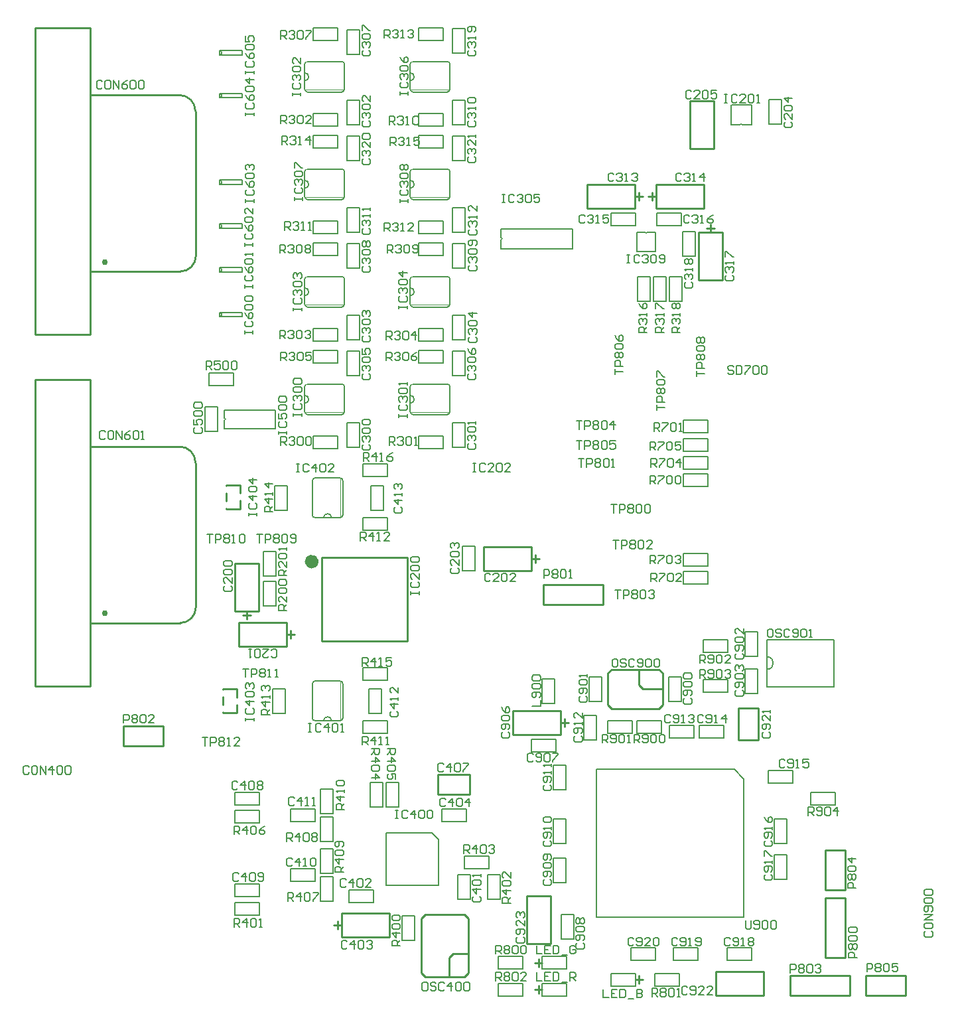
<source format=gto>
%FSAX24Y24*%
%MOIN*%
G70*
G01*
G75*
%ADD10R,0.0512X0.0748*%
%ADD11R,0.0700X0.0650*%
%ADD12R,0.0350X0.0350*%
%ADD13R,0.0350X0.0350*%
%ADD14R,0.3500X0.4200*%
%ADD15R,0.0900X0.0700*%
%ADD16R,0.0374X0.0189*%
%ADD17R,0.0550X0.0400*%
%ADD18R,0.0650X0.0700*%
%ADD19R,0.0512X0.0110*%
%ADD20R,0.0110X0.0512*%
%ADD21R,0.0600X0.0650*%
G04:AMPARAMS|DCode=22|XSize=65mil|YSize=60mil|CornerRadius=15mil|HoleSize=0mil|Usage=FLASHONLY|Rotation=270.000|XOffset=0mil|YOffset=0mil|HoleType=Round|Shape=RoundedRectangle|*
%AMROUNDEDRECTD22*
21,1,0.0650,0.0300,0,0,270.0*
21,1,0.0350,0.0600,0,0,270.0*
1,1,0.0300,-0.0150,-0.0175*
1,1,0.0300,-0.0150,0.0175*
1,1,0.0300,0.0150,0.0175*
1,1,0.0300,0.0150,-0.0175*
%
%ADD22ROUNDEDRECTD22*%
%ADD23R,0.0236X0.0472*%
%ADD24R,0.0260X0.0800*%
%ADD25R,0.0709X0.0551*%
G04:AMPARAMS|DCode=26|XSize=70.9mil|YSize=55.1mil|CornerRadius=13.8mil|HoleSize=0mil|Usage=FLASHONLY|Rotation=180.000|XOffset=0mil|YOffset=0mil|HoleType=Round|Shape=RoundedRectangle|*
%AMROUNDEDRECTD26*
21,1,0.0709,0.0276,0,0,180.0*
21,1,0.0433,0.0551,0,0,180.0*
1,1,0.0276,-0.0217,0.0138*
1,1,0.0276,0.0217,0.0138*
1,1,0.0276,0.0217,-0.0138*
1,1,0.0276,-0.0217,-0.0138*
%
%ADD26ROUNDEDRECTD26*%
%ADD27R,0.1280X0.0846*%
%ADD28R,0.0374X0.0846*%
%ADD29R,0.0800X0.0260*%
%ADD30R,0.0140X0.0701*%
%ADD31R,0.0787X0.0472*%
%ADD32R,0.0591X0.0394*%
%ADD33R,0.0532X0.0138*%
%ADD34R,0.0138X0.0532*%
%ADD35R,0.0400X0.0550*%
%ADD36R,0.0098X0.0610*%
%ADD37R,0.0571X0.0098*%
%ADD38R,0.0571X0.0177*%
%ADD39R,0.1500X0.0800*%
%ADD40R,0.0800X0.1500*%
%ADD41C,0.0100*%
%ADD42C,0.0120*%
%ADD43C,0.0110*%
%ADD44C,0.0150*%
%ADD45C,0.0130*%
%ADD46C,0.0200*%
%ADD47C,0.0300*%
%ADD48C,0.0600*%
%ADD49R,0.0600X0.0600*%
%ADD50R,0.0600X0.0600*%
%ADD51C,0.0591*%
%ADD52C,0.0551*%
%ADD53C,0.0886*%
%ADD54C,0.1772*%
%ADD55C,0.0220*%
%ADD56C,0.0250*%
%ADD57C,0.1600*%
%ADD58C,0.0689*%
%ADD59C,0.0300*%
%ADD60C,0.0500*%
%ADD61C,0.0400*%
%ADD62C,0.2500*%
%ADD63C,0.0079*%
%ADD64C,0.0500*%
%ADD65C,0.0060*%
%ADD66C,0.0070*%
%ADD67C,0.0020*%
D41*
X018096Y047066D02*
G03*
X018884Y047853I000000J000787D01*
G01*
X018857Y055132D02*
G03*
X018066Y055924I-000792J000000D01*
G01*
X018096Y029416D02*
G03*
X018884Y030203I000000J000787D01*
G01*
X018857Y037482D02*
G03*
X018066Y038274I-000792J000000D01*
G01*
X035500Y015700D02*
X036700D01*
X035500Y013300D02*
X036700D01*
Y015700D01*
X035500Y013300D02*
Y015700D01*
X040970Y011500D02*
X041350D01*
X041150Y011300D02*
Y011700D01*
X035900Y011000D02*
X036280D01*
X036100Y010800D02*
Y011200D01*
X035900Y012350D02*
X036280D01*
X036100Y012150D02*
Y012550D01*
X029500Y028500D02*
Y032700D01*
X025200Y028500D02*
X029500D01*
X025200D02*
Y032700D01*
X029500D01*
X020950Y025680D02*
Y026100D01*
X020250D02*
X020950D01*
Y024900D02*
Y025310D01*
X020250Y024900D02*
X020950D01*
X020250D02*
Y024930D01*
Y026070D02*
Y026100D01*
Y025300D02*
Y025700D01*
X046150Y023550D02*
X046725D01*
X046150D02*
Y025150D01*
X047150D01*
Y023550D02*
Y025150D01*
X046725Y023550D02*
X047150D01*
X034800Y023800D02*
X037200D01*
X034800Y025000D02*
X037200D01*
Y023800D02*
Y025000D01*
X034800Y023800D02*
Y025000D01*
X037400Y024200D02*
Y024600D01*
X037200Y024400D02*
X037600D01*
X045000Y010700D02*
Y011900D01*
X047400Y010700D02*
Y011900D01*
X045000D02*
X047400D01*
X045000Y010700D02*
X047400D01*
X031597Y011625D02*
Y012609D01*
X031794Y012806D01*
X032581D01*
X032384Y011625D02*
X032581Y011822D01*
X030416Y011625D02*
X032384D01*
X030219Y011822D02*
X030416Y011625D01*
X030219Y011822D02*
Y014578D01*
X030416Y014775D01*
X032384D01*
X032581Y014578D01*
Y011822D02*
Y014578D01*
X033350Y033250D02*
X035750D01*
X035950Y032450D02*
Y032850D01*
X035750Y032650D02*
X036150D01*
X033350Y032050D02*
Y033250D01*
X035750Y032050D02*
Y033250D01*
X033350Y032050D02*
X035750D01*
X021050Y029450D02*
X023450D01*
X023650Y028650D02*
Y029050D01*
X023450Y028850D02*
X023850D01*
X021050Y028250D02*
Y029450D01*
X023450Y028250D02*
Y029450D01*
X021050Y028250D02*
X023450D01*
X022050Y030000D02*
Y032400D01*
X021250Y029800D02*
X021650D01*
X021450Y029600D02*
Y030000D01*
X020850Y032400D02*
X022050D01*
X020850Y030000D02*
X022050D01*
X020850D02*
Y032400D01*
X039572Y025313D02*
Y026887D01*
X039769Y027084D02*
X042131D01*
X042328Y026887D01*
Y025313D02*
Y026887D01*
X042131Y025116D02*
X042328Y025313D01*
X039572D02*
X039769Y025116D01*
X042131D01*
X039572Y026887D02*
X039769Y027084D01*
X041344Y026100D02*
X042328D01*
X041147Y026297D02*
X041344Y026100D01*
X041147Y026297D02*
Y027084D01*
X036350Y030350D02*
Y031350D01*
Y030350D02*
X039350D01*
X036350Y031350D02*
X039350D01*
Y030350D02*
Y031350D01*
X013569Y055924D02*
Y059300D01*
X010810D02*
X013569D01*
X010810Y047000D02*
Y059300D01*
X013569Y043900D02*
Y047066D01*
X010810Y043900D02*
X013569D01*
X010810D02*
Y047000D01*
X018884Y047853D02*
Y055100D01*
X013569Y047066D02*
X018096D01*
X013569Y055924D02*
X018066D01*
X013569Y047066D02*
Y055924D01*
Y038274D02*
Y041650D01*
X010810D02*
X013569D01*
X010810Y029350D02*
Y041650D01*
X013569Y026250D02*
Y029416D01*
X010810Y026250D02*
X013569D01*
X010810D02*
Y029350D01*
X018884Y030203D02*
Y037450D01*
X013569Y029416D02*
X018096D01*
X013569Y038274D02*
X018066D01*
X013569Y029416D02*
Y038274D01*
X026200Y014850D02*
X028600D01*
X026200Y013650D02*
X028600D01*
X026200D02*
Y014850D01*
X028600Y013650D02*
Y014850D01*
X026000Y014050D02*
Y014450D01*
X025800Y014250D02*
X026200D01*
X032650Y021375D02*
Y021800D01*
X031050D02*
X032650D01*
X031050Y020800D02*
Y021800D01*
Y020800D02*
X032650D01*
Y021375D01*
X043700Y053250D02*
Y055650D01*
X044900Y053250D02*
Y055650D01*
X043700Y053250D02*
X044900D01*
X043700Y055650D02*
X044900D01*
X042000Y051450D02*
X044400D01*
X042000Y050250D02*
X044400D01*
X042000D02*
Y051450D01*
X044400Y050250D02*
Y051450D01*
X041800Y050650D02*
Y051050D01*
X041600Y050850D02*
X042000D01*
X038550Y050250D02*
X040950D01*
X038550Y051450D02*
X040950D01*
Y050250D02*
Y051450D01*
X038550Y050250D02*
Y051450D01*
X041150Y050650D02*
Y051050D01*
X040950Y050850D02*
X041350D01*
X045350Y046650D02*
Y049050D01*
X044150Y046650D02*
Y049050D01*
X045350D01*
X044150Y046650D02*
X045350D01*
X044550Y049250D02*
X044950D01*
X044750Y049050D02*
Y049450D01*
X021100Y035930D02*
Y036350D01*
X020400D02*
X021100D01*
Y035150D02*
Y035560D01*
X020400Y035150D02*
X021100D01*
X020400D02*
Y035180D01*
Y036320D02*
Y036350D01*
Y035550D02*
Y035950D01*
X050500Y015600D02*
X051500D01*
X050500Y012600D02*
Y015600D01*
X051500Y012600D02*
Y015600D01*
X050500Y012600D02*
X051500D01*
X050500Y016000D02*
X051500D01*
Y018000D01*
X050500D02*
X051500D01*
X050500Y016000D02*
Y018000D01*
X017250Y023250D02*
Y024250D01*
X015250D02*
X017250D01*
X015250Y023250D02*
Y024250D01*
Y023250D02*
X017250D01*
X052550Y010700D02*
Y011700D01*
Y010700D02*
X054550D01*
Y011700D01*
X052550D02*
X054550D01*
X048750Y010700D02*
Y011700D01*
Y010700D02*
X051750D01*
X048750Y011700D02*
X051750D01*
Y010700D02*
Y011700D01*
D59*
X014300Y047550D02*
D03*
Y029900D02*
D03*
D63*
X047578Y027085D02*
G03*
X047578Y027715I000000J000315D01*
G01*
X020089Y057957D02*
G03*
X020089Y058144I000000J000093D01*
G01*
Y055806D02*
G03*
X020089Y055993I000000J000093D01*
G01*
Y051456D02*
G03*
X020089Y051644I000000J000093D01*
G01*
Y049257D02*
G03*
X020089Y049443I000000J000093D01*
G01*
Y047056D02*
G03*
X020089Y047243I000000J000093D01*
G01*
Y044806D02*
G03*
X020089Y044994I000000J000093D01*
G01*
X020320Y039586D02*
G03*
X020320Y039714I000000J000064D01*
G01*
X047578Y028581D02*
X050925D01*
Y026219D02*
Y028581D01*
X047578Y026219D02*
X050925D01*
X047578D02*
Y028581D01*
X028425Y016225D02*
Y018875D01*
X030728D01*
X028425Y016225D02*
X031069D01*
X031075Y016231D02*
Y018528D01*
X030728Y018875D02*
X031075Y018528D01*
X020089Y057957D02*
Y058162D01*
Y057938D02*
Y058144D01*
Y057938D02*
X021211D01*
Y058162D01*
X020089D02*
X021211D01*
X020089Y055806D02*
Y056012D01*
Y055788D02*
Y055993D01*
Y055788D02*
X021211D01*
Y056012D01*
X020089D02*
X021211D01*
X020089Y051456D02*
Y051662D01*
Y051438D02*
Y051644D01*
Y051438D02*
X021211D01*
Y051662D01*
X020089D02*
X021211D01*
X020089Y049257D02*
Y049462D01*
Y049238D02*
Y049443D01*
Y049238D02*
X021211D01*
Y049462D01*
X020089D02*
X021211D01*
X020089Y047056D02*
Y047262D01*
Y047038D02*
Y047243D01*
Y047038D02*
X021211D01*
Y047262D01*
X020089D02*
X021211D01*
X038993Y014643D02*
Y022057D01*
X045930D01*
X038993Y014643D02*
X046407D01*
Y021580D01*
X045930Y022057D02*
X046407Y021580D01*
X020089Y044806D02*
Y045012D01*
Y044788D02*
Y044994D01*
Y044788D02*
X021211D01*
Y045012D01*
X020089D02*
X021211D01*
X020320Y039181D02*
Y039586D01*
Y039714D02*
Y040118D01*
X022880D01*
Y039181D02*
Y040118D01*
X020320Y039181D02*
X022880D01*
D64*
X024800Y032500D02*
G03*
X024800Y032500I-000100J000000D01*
G01*
D65*
X026350Y052070D02*
G03*
X026200Y052220I-000150J000000D01*
G01*
Y050680D02*
G03*
X026350Y050830I000000J000150D01*
G01*
X024500Y052220D02*
G03*
X024350Y052070I000000J-000150D01*
G01*
Y051250D02*
G03*
X024350Y051650I000000J000200D01*
G01*
Y050830D02*
G03*
X024500Y050680I000150J000000D01*
G01*
X026350Y046670D02*
G03*
X026200Y046820I-000150J000000D01*
G01*
Y045280D02*
G03*
X026350Y045430I000000J000150D01*
G01*
X024500Y046820D02*
G03*
X024350Y046670I000000J-000150D01*
G01*
Y045850D02*
G03*
X024350Y046250I000000J000200D01*
G01*
Y045430D02*
G03*
X024500Y045280I000150J000000D01*
G01*
X026350Y057470D02*
G03*
X026200Y057620I-000150J000000D01*
G01*
Y056080D02*
G03*
X026350Y056230I000000J000150D01*
G01*
X024500Y057620D02*
G03*
X024350Y057470I000000J-000150D01*
G01*
Y056650D02*
G03*
X024350Y057050I000000J000200D01*
G01*
Y056230D02*
G03*
X024500Y056080I000150J000000D01*
G01*
X026350Y041270D02*
G03*
X026200Y041420I-000150J000000D01*
G01*
Y039880D02*
G03*
X026350Y040030I000000J000150D01*
G01*
X024500Y041420D02*
G03*
X024350Y041270I000000J-000150D01*
G01*
Y040450D02*
G03*
X024350Y040850I000000J000200D01*
G01*
Y040030D02*
G03*
X024500Y039880I000150J000000D01*
G01*
X031650Y041270D02*
G03*
X031500Y041420I-000150J000000D01*
G01*
Y039880D02*
G03*
X031650Y040030I000000J000150D01*
G01*
X029800Y041420D02*
G03*
X029650Y041270I000000J-000150D01*
G01*
Y040450D02*
G03*
X029650Y040850I000000J000200D01*
G01*
Y040030D02*
G03*
X029800Y039880I000150J000000D01*
G01*
X031650Y052070D02*
G03*
X031500Y052220I-000150J000000D01*
G01*
Y050680D02*
G03*
X031650Y050830I000000J000150D01*
G01*
X029800Y052220D02*
G03*
X029650Y052070I000000J-000150D01*
G01*
Y051250D02*
G03*
X029650Y051650I000000J000200D01*
G01*
Y050830D02*
G03*
X029800Y050680I000150J000000D01*
G01*
X031650Y046670D02*
G03*
X031500Y046820I-000150J000000D01*
G01*
Y045280D02*
G03*
X031650Y045430I000000J000150D01*
G01*
X029800Y046820D02*
G03*
X029650Y046670I000000J-000150D01*
G01*
Y045850D02*
G03*
X029650Y046250I000000J000200D01*
G01*
Y045430D02*
G03*
X029800Y045280I000150J000000D01*
G01*
X031650Y057470D02*
G03*
X031500Y057620I-000150J000000D01*
G01*
Y056080D02*
G03*
X031650Y056230I000000J000150D01*
G01*
X029800Y057620D02*
G03*
X029650Y057470I000000J-000150D01*
G01*
Y056650D02*
G03*
X029650Y057050I000000J000200D01*
G01*
Y056230D02*
G03*
X029800Y056080I000150J000000D01*
G01*
X026270Y036550D02*
G03*
X026120Y036700I-000150J000000D01*
G01*
X024730Y034850D02*
G03*
X024880Y034700I000150J000000D01*
G01*
Y036700D02*
G03*
X024730Y036550I000000J-000150D01*
G01*
X026120Y034700D02*
G03*
X026270Y034850I000000J000150D01*
G01*
X025700Y034700D02*
G03*
X025300Y034700I-000200J000000D01*
G01*
X026270Y026350D02*
G03*
X026120Y026500I-000150J000000D01*
G01*
X024730Y024650D02*
G03*
X024880Y024500I000150J000000D01*
G01*
Y026500D02*
G03*
X024730Y026350I000000J-000150D01*
G01*
X026120Y024500D02*
G03*
X026270Y024650I000000J000150D01*
G01*
X025700Y024500D02*
G03*
X025300Y024500I-000200J000000D01*
G01*
X026350Y050830D02*
Y052070D01*
X024500Y052220D02*
X026200D01*
X024500Y050680D02*
X026200D01*
X024350Y051650D02*
Y052070D01*
Y051250D02*
Y051650D01*
Y050830D02*
Y051250D01*
X026350Y045430D02*
Y046670D01*
X024500Y046820D02*
X026200D01*
X024500Y045280D02*
X026200D01*
X024350Y046250D02*
Y046670D01*
Y045850D02*
Y046250D01*
Y045430D02*
Y045850D01*
X026350Y056230D02*
Y057470D01*
X024500Y057620D02*
X026200D01*
X024500Y056080D02*
X026200D01*
X024350Y057050D02*
Y057470D01*
Y056650D02*
Y057050D01*
Y056230D02*
Y056650D01*
X026350Y040030D02*
Y041270D01*
X024500Y041420D02*
X026200D01*
X024500Y039880D02*
X026200D01*
X024350Y040850D02*
Y041270D01*
Y040450D02*
Y040850D01*
Y040030D02*
Y040450D01*
X031650Y040030D02*
Y041270D01*
X029800Y041420D02*
X031500D01*
X029800Y039880D02*
X031500D01*
X029650Y040850D02*
Y041270D01*
Y040450D02*
Y040850D01*
Y040030D02*
Y040450D01*
X031650Y050830D02*
Y052070D01*
X029800Y052220D02*
X031500D01*
X029800Y050680D02*
X031500D01*
X029650Y051650D02*
Y052070D01*
Y051250D02*
Y051650D01*
Y050830D02*
Y051250D01*
X031650Y045430D02*
Y046670D01*
X029800Y046820D02*
X031500D01*
X029800Y045280D02*
X031500D01*
X029650Y046250D02*
Y046670D01*
Y045850D02*
Y046250D01*
Y045430D02*
Y045850D01*
X031650Y056230D02*
Y057470D01*
X029800Y057620D02*
X031500D01*
X029800Y056080D02*
X031500D01*
X029650Y057050D02*
Y057470D01*
Y056650D02*
Y057050D01*
Y056230D02*
Y056650D01*
X024730Y034850D02*
Y036550D01*
X026270Y034850D02*
Y036550D01*
X024880Y036700D02*
X026120D01*
X024880Y034700D02*
X025300D01*
X025700D01*
X026120D01*
X024730Y024650D02*
Y026350D01*
X026270Y024650D02*
Y026350D01*
X024880Y026500D02*
X026120D01*
X024880Y024500D02*
X025300D01*
X025700D01*
X026120D01*
D66*
X034222Y048655D02*
G03*
X034222Y048783I000000J000064D01*
G01*
X041451Y049042D02*
G03*
X041549Y049042I000049J000000D01*
G01*
X046348Y054422D02*
G03*
X046220Y054422I-000064J000000D01*
G01*
X041930Y011520D02*
Y011820D01*
Y011180D02*
Y011520D01*
X043170Y011180D02*
Y011820D01*
X041930D02*
X043170D01*
X041930Y011180D02*
X043170D01*
X040970D02*
Y011500D01*
Y011480D02*
Y011820D01*
X039730Y011180D02*
Y011820D01*
Y011180D02*
X040970D01*
X039730Y011820D02*
X040970D01*
X035320Y010680D02*
Y010980D01*
Y011320D01*
X034080Y010680D02*
Y011320D01*
Y010680D02*
X035320D01*
X034080Y011320D02*
X035320D01*
X036280Y011000D02*
Y011320D01*
Y010680D02*
Y011020D01*
X037520Y010680D02*
Y011320D01*
X036280D02*
X037520D01*
X036280Y010680D02*
X037520D01*
X036280Y012350D02*
Y012670D01*
Y012030D02*
Y012370D01*
X037520Y012030D02*
Y012670D01*
X036280D02*
X037520D01*
X036280Y012030D02*
X037520D01*
X035320D02*
Y012330D01*
Y012670D01*
X034080Y012030D02*
Y012670D01*
Y012030D02*
X035320D01*
X034080Y012670D02*
X035320D01*
X046820Y027120D02*
X047120D01*
X046480D02*
X046820D01*
X046480Y025880D02*
X047120D01*
Y027120D01*
X046480Y025880D02*
Y027120D01*
Y027730D02*
X046780D01*
X047120D01*
X046480Y028970D02*
X047120D01*
X046480Y027730D02*
Y028970D01*
X047120Y027730D02*
Y028970D01*
X045620Y025930D02*
Y026230D01*
Y026570D01*
X044380Y025930D02*
Y026570D01*
Y025930D02*
X045620D01*
X044380Y026570D02*
X045620D01*
Y027930D02*
Y028230D01*
Y028570D01*
X044380Y027930D02*
Y028570D01*
Y027930D02*
X045620D01*
X044380Y028570D02*
X045620D01*
X027280Y037120D02*
Y037420D01*
Y036780D02*
Y037120D01*
X028520Y036780D02*
Y037420D01*
X027280D02*
X028520D01*
X027280Y036780D02*
X028520D01*
X051020Y020280D02*
Y020580D01*
Y020920D01*
X049780Y020280D02*
Y020920D01*
Y020280D02*
X051020D01*
X049780Y020920D02*
X051020D01*
X036620Y026620D02*
X036920D01*
X036280D02*
X036620D01*
X036280Y025380D02*
X036920D01*
Y026620D01*
X036280Y025380D02*
Y026620D01*
X036970Y022930D02*
Y023230D01*
Y023570D01*
X035730Y022930D02*
Y023570D01*
Y022930D02*
X036970D01*
X035730Y023570D02*
X036970D01*
X033530Y015530D02*
Y016770D01*
X033870D01*
X033530Y015530D02*
X034170D01*
X033870Y016770D02*
X034170D01*
Y015530D02*
Y016770D01*
X032380Y017080D02*
X033620D01*
X032380D02*
Y017420D01*
X033620Y017080D02*
Y017720D01*
X032380Y017420D02*
Y017720D01*
X033620D01*
X029570Y014720D02*
X029870D01*
X029230D02*
X029570D01*
X029230Y013480D02*
X029870D01*
Y014720D01*
X029230Y013480D02*
Y014720D01*
X044620Y032280D02*
Y032580D01*
Y032920D01*
X043380Y032280D02*
Y032920D01*
Y032280D02*
X044620D01*
X043380Y032920D02*
X044620D01*
X043380Y031720D02*
Y032020D01*
Y031380D02*
Y031720D01*
X044620Y031380D02*
Y032020D01*
X043380D02*
X044620D01*
X043380Y031380D02*
X044620D01*
Y037130D02*
Y037430D01*
Y037770D01*
X043380Y037130D02*
Y037770D01*
Y037130D02*
X044620D01*
X043380Y037770D02*
X044620D01*
Y038030D02*
Y038330D01*
Y038670D01*
X043380Y038030D02*
Y038670D01*
Y038030D02*
X044620D01*
X043380Y038670D02*
X044620D01*
X043380Y039320D02*
Y039620D01*
Y038980D02*
Y039320D01*
X044620Y038980D02*
Y039620D01*
X043380D02*
X044620D01*
X043380Y038980D02*
X044620D01*
X043380Y036620D02*
Y036920D01*
Y036280D02*
Y036620D01*
X044620Y036280D02*
Y036920D01*
X043380D02*
X044620D01*
X043380Y036280D02*
X044620D01*
X026480Y053870D02*
X027120D01*
X026480Y052630D02*
Y053870D01*
Y052630D02*
X026780D01*
X027120D02*
Y053870D01*
X026780Y052630D02*
X027120D01*
Y049030D02*
Y050270D01*
X026780Y049030D02*
X027120D01*
X026480Y050270D02*
X027120D01*
X026480Y049030D02*
X026780D01*
X026480D02*
Y050270D01*
X024780Y053280D02*
Y053920D01*
Y053280D02*
X026020D01*
Y053580D01*
X024780Y053920D02*
X026020D01*
Y053580D02*
Y053920D01*
X024780Y048980D02*
X026020D01*
X024780D02*
Y049320D01*
X026020Y048980D02*
Y049620D01*
X024780Y049320D02*
Y049620D01*
X026020D01*
X026480Y048470D02*
X027120D01*
X026480Y047230D02*
Y048470D01*
Y047230D02*
X026780D01*
X027120D02*
Y048470D01*
X026780Y047230D02*
X027120D01*
Y043630D02*
Y044870D01*
X026780Y043630D02*
X027120D01*
X026480Y044870D02*
X027120D01*
X026480Y043630D02*
X026780D01*
X026480D02*
Y044870D01*
X024780Y043580D02*
X026020D01*
X024780D02*
Y043920D01*
X026020Y043580D02*
Y044220D01*
X024780Y043920D02*
Y044220D01*
X026020D01*
X024780Y047880D02*
Y048520D01*
Y047880D02*
X026020D01*
Y048180D01*
X024780Y048520D02*
X026020D01*
Y048180D02*
Y048520D01*
X027120Y054430D02*
Y055670D01*
X026780Y054430D02*
X027120D01*
X026480Y055670D02*
X027120D01*
X026480Y054430D02*
X026780D01*
X026480D02*
Y055670D01*
Y059220D02*
X027120D01*
X026480Y057980D02*
Y059220D01*
Y057980D02*
X026780D01*
X027120D02*
Y059220D01*
X026780Y057980D02*
X027120D01*
X024780Y058680D02*
Y059320D01*
Y058680D02*
X026020D01*
Y058980D01*
X024780Y059320D02*
X026020D01*
Y058980D02*
Y059320D01*
X024780Y054380D02*
X026020D01*
X024780D02*
Y054720D01*
X026020Y054380D02*
Y055020D01*
X024780Y054720D02*
Y055020D01*
X026020D01*
X027120Y038230D02*
Y039470D01*
X026780Y038230D02*
X027120D01*
X026480Y039470D02*
X027120D01*
X026480Y038230D02*
X026780D01*
X026480D02*
Y039470D01*
X024780Y038180D02*
X026020D01*
X024780D02*
Y038520D01*
X026020Y038180D02*
Y038820D01*
X024780Y038520D02*
Y038820D01*
X026020D01*
X026480Y043070D02*
X027120D01*
X026480Y041830D02*
Y043070D01*
Y041830D02*
X026780D01*
X027120D02*
Y043070D01*
X026780Y041830D02*
X027120D01*
X024780Y042480D02*
Y043120D01*
Y042480D02*
X026020D01*
Y042780D01*
X024780Y043120D02*
X026020D01*
Y042780D02*
Y043120D01*
X031780Y043070D02*
X032420D01*
X031780Y041830D02*
Y043070D01*
Y041830D02*
X032080D01*
X032420D02*
Y043070D01*
X032080Y041830D02*
X032420D01*
X030080Y042480D02*
Y043120D01*
Y042480D02*
X031320D01*
Y042780D01*
X030080Y043120D02*
X031320D01*
Y042780D02*
Y043120D01*
X032420Y038230D02*
Y039470D01*
X032080Y038230D02*
X032420D01*
X031780Y039470D02*
X032420D01*
X031780Y038230D02*
X032080D01*
X031780D02*
Y039470D01*
X030080Y038180D02*
X031320D01*
X030080D02*
Y038520D01*
X031320Y038180D02*
Y038820D01*
X030080Y038520D02*
Y038820D01*
X031320D01*
X031780Y053870D02*
X032420D01*
X031780Y052630D02*
Y053870D01*
Y052630D02*
X032080D01*
X032420D02*
Y053870D01*
X032080Y052630D02*
X032420D01*
Y049030D02*
Y050270D01*
X032080Y049030D02*
X032420D01*
X031780Y050270D02*
X032420D01*
X031780Y049030D02*
X032080D01*
X031780D02*
Y050270D01*
X030080Y053280D02*
Y053920D01*
Y053280D02*
X031320D01*
Y053580D01*
X030080Y053920D02*
X031320D01*
Y053580D02*
Y053920D01*
X030080Y048980D02*
X031320D01*
X030080D02*
Y049320D01*
X031320Y048980D02*
Y049620D01*
X030080Y049320D02*
Y049620D01*
X031320D01*
X031780Y048470D02*
X032420D01*
X031780Y047230D02*
Y048470D01*
Y047230D02*
X032080D01*
X032420D02*
Y048470D01*
X032080Y047230D02*
X032420D01*
X030080Y047880D02*
Y048520D01*
Y047880D02*
X031320D01*
Y048180D01*
X030080Y048520D02*
X031320D01*
Y048180D02*
Y048520D01*
X032420Y043630D02*
Y044870D01*
X032080Y043630D02*
X032420D01*
X031780Y044870D02*
X032420D01*
X031780Y043630D02*
X032080D01*
X031780D02*
Y044870D01*
X030080Y043580D02*
X031320D01*
X030080D02*
Y043920D01*
X031320Y043580D02*
Y044220D01*
X030080Y043920D02*
Y044220D01*
X031320D01*
X031780Y059270D02*
X032420D01*
X031780Y058030D02*
Y059270D01*
Y058030D02*
X032080D01*
X032420D02*
Y059270D01*
X032080Y058030D02*
X032420D01*
X030080Y058680D02*
Y059320D01*
Y058680D02*
X031320D01*
Y058980D01*
X030080Y059320D02*
X031320D01*
Y058980D02*
Y059320D01*
X032420Y054430D02*
Y055670D01*
X032080Y054430D02*
X032420D01*
X031780Y055670D02*
X032420D01*
X031780Y054430D02*
X032080D01*
X031780D02*
Y055670D01*
X030080Y054380D02*
X031320D01*
X030080D02*
Y054720D01*
X031320Y054380D02*
Y055020D01*
X030080Y054720D02*
Y055020D01*
X031320D01*
X032920Y032030D02*
Y033270D01*
X032580Y032030D02*
X032920D01*
X032280Y033270D02*
X032920D01*
X032280Y032030D02*
X032580D01*
X032280D02*
Y033270D01*
X022280Y031520D02*
X022920D01*
X022280Y030280D02*
Y031520D01*
Y030280D02*
X022580D01*
X022920D02*
Y031520D01*
X022580Y030280D02*
X022920D01*
Y031780D02*
Y033020D01*
X022580Y031780D02*
X022920D01*
X022280Y033020D02*
X022920D01*
X022280Y031780D02*
X022580D01*
X022280D02*
Y033020D01*
X038970Y026720D02*
X039270D01*
X038630D02*
X038970D01*
X038630Y025480D02*
X039270D01*
Y026720D01*
X038630Y025480D02*
Y026720D01*
X042630Y025480D02*
X042930D01*
X043270D01*
X042630Y026720D02*
X043270D01*
X042630Y025480D02*
Y026720D01*
X043270Y025480D02*
Y026720D01*
X034222Y048783D02*
Y049218D01*
X037805D01*
X034222Y048220D02*
Y048655D01*
Y048220D02*
X037805D01*
Y049218D01*
X045580Y012820D02*
Y013120D01*
Y012480D02*
Y012820D01*
X046820Y012480D02*
Y013120D01*
X045580D02*
X046820D01*
X045580Y012480D02*
X046820D01*
X047930Y016530D02*
X048230D01*
X048570D01*
X047930Y017770D02*
X048570D01*
X047930Y016530D02*
Y017770D01*
X048570Y016530D02*
Y017770D01*
X047930Y018330D02*
X048230D01*
X048570D01*
X047930Y019570D02*
X048570D01*
X047930Y018330D02*
Y019570D01*
X048570Y018330D02*
Y019570D01*
X037570Y014770D02*
X037870D01*
X037230D02*
X037570D01*
X037230Y013530D02*
X037870D01*
Y014770D01*
X037230Y013530D02*
Y014770D01*
X040730Y012820D02*
Y013120D01*
Y012480D02*
Y012820D01*
X041970Y012480D02*
Y013120D01*
X040730D02*
X041970D01*
X040730Y012480D02*
X041970D01*
X037170Y017620D02*
X037470D01*
X036830D02*
X037170D01*
X036830Y016380D02*
X037470D01*
Y017620D01*
X036830Y016380D02*
Y017620D01*
X037170Y019570D02*
X037470D01*
X036830D02*
X037170D01*
X036830Y018330D02*
X037470D01*
Y019570D01*
X036830Y018330D02*
Y019570D01*
X037170Y022270D02*
X037470D01*
X036830D02*
X037170D01*
X036830Y021030D02*
X037470D01*
Y022270D01*
X036830Y021030D02*
Y022270D01*
X038720Y024770D02*
X039020D01*
X038380D02*
X038720D01*
X038380Y023530D02*
X039020D01*
Y024770D01*
X038380Y023530D02*
Y024770D01*
X043920Y023630D02*
Y023930D01*
Y024270D01*
X042680Y023630D02*
Y024270D01*
Y023630D02*
X043920D01*
X042680Y024270D02*
X043920D01*
X044180Y023970D02*
Y024270D01*
Y023630D02*
Y023970D01*
X045420Y023630D02*
Y024270D01*
X044180D02*
X045420D01*
X044180Y023630D02*
X045420D01*
X048870Y021380D02*
Y021680D01*
Y022020D01*
X047630Y021380D02*
Y022020D01*
Y021380D02*
X048870D01*
X047630Y022020D02*
X048870D01*
X042880Y012820D02*
Y013120D01*
Y012480D02*
Y012820D01*
X044120Y012480D02*
Y013120D01*
X042880D02*
X044120D01*
X042880Y012480D02*
X044120D01*
X020830Y015070D02*
Y015370D01*
Y014730D02*
Y015070D01*
X022070Y014730D02*
Y015370D01*
X020830D02*
X022070D01*
X020830Y014730D02*
X022070D01*
X020830Y019720D02*
Y020020D01*
Y019380D02*
Y019720D01*
X022070Y019380D02*
Y020020D01*
X020830D02*
X022070D01*
X020830Y019380D02*
X022070D01*
X020830Y016020D02*
Y016320D01*
Y015680D02*
Y016020D01*
X022070Y015680D02*
Y016320D01*
X020830D02*
X022070D01*
X020830Y015680D02*
X022070D01*
Y020280D02*
Y020580D01*
Y020920D01*
X020830Y020280D02*
Y020920D01*
Y020280D02*
X022070D01*
X020830Y020920D02*
X022070D01*
X025470Y016670D02*
X025770D01*
X025130D02*
X025470D01*
X025130Y015430D02*
X025770D01*
Y016670D01*
X025130Y015430D02*
Y016670D01*
X025470Y018070D02*
X025770D01*
X025130D02*
X025470D01*
X025130Y016830D02*
X025770D01*
Y018070D01*
X025130Y016830D02*
Y018070D01*
X023630Y016770D02*
Y017070D01*
Y016430D02*
Y016770D01*
X024870Y016430D02*
Y017070D01*
X023630D02*
X024870D01*
X023630Y016430D02*
X024870D01*
X025470Y021070D02*
X025770D01*
X025130D02*
X025470D01*
X025130Y019830D02*
X025770D01*
Y021070D01*
X025130Y019830D02*
Y021070D01*
X025470Y019670D02*
X025770D01*
X025130D02*
X025470D01*
X025130Y018430D02*
X025770D01*
Y019670D01*
X025130Y018430D02*
Y019670D01*
X023630Y019770D02*
Y020070D01*
Y019430D02*
Y019770D01*
X024870Y019430D02*
Y020070D01*
X023630D02*
X024870D01*
X023630Y019430D02*
X024870D01*
X027970Y021420D02*
X028270D01*
X027630D02*
X027970D01*
X027630Y020180D02*
X028270D01*
Y021420D01*
X027630Y020180D02*
Y021420D01*
X028770D02*
X029070D01*
X028430D02*
X028770D01*
X028430Y020180D02*
X029070D01*
Y021420D01*
X028430Y020180D02*
Y021420D01*
X027820Y015380D02*
Y015680D01*
Y016020D01*
X026580Y015380D02*
Y016020D01*
Y015380D02*
X027820D01*
X026580Y016020D02*
X027820D01*
X032030Y015530D02*
X032330D01*
X032670D01*
X032030Y016770D02*
X032670D01*
X032030Y015530D02*
Y016770D01*
X032670Y015530D02*
Y016770D01*
X032470Y019430D02*
Y019730D01*
Y020070D01*
X031230Y019430D02*
Y020070D01*
Y019430D02*
X032470D01*
X031230Y020070D02*
X032470D01*
X027920Y026120D02*
X028220D01*
X027580D02*
X027920D01*
X027580Y024880D02*
X028220D01*
Y026120D01*
X027580Y024880D02*
Y026120D01*
X028020Y036320D02*
X028320D01*
X027680D02*
X028020D01*
X027680Y035080D02*
X028320D01*
Y036320D01*
X027680Y035080D02*
Y036320D01*
X019670Y040270D02*
X019970D01*
X019330D02*
X019670D01*
X019330Y039030D02*
X019970D01*
Y040270D01*
X019330Y039030D02*
Y040270D01*
X020770Y041330D02*
Y041630D01*
Y041970D01*
X019530Y041330D02*
Y041970D01*
Y041330D02*
X020770D01*
X019530Y041970D02*
X020770D01*
X041034Y049042D02*
X041451D01*
X041549D02*
X041984D01*
Y048058D02*
Y049042D01*
X041034Y048058D02*
X041984D01*
X041034D02*
Y049042D01*
X046348Y054422D02*
X046800D01*
X045800D02*
X046220D01*
X045780D02*
Y055446D01*
X045800D02*
X046800D01*
Y054422D02*
Y055446D01*
X048020Y055720D02*
X048320D01*
X047680D02*
X048020D01*
X047680Y054480D02*
X048320D01*
Y055720D01*
X047680Y054480D02*
Y055720D01*
X039730Y049720D02*
Y050020D01*
Y049380D02*
Y049720D01*
X040970Y049380D02*
Y050020D01*
X039730D02*
X040970D01*
X039730Y049380D02*
X040970D01*
X043270D02*
Y049680D01*
Y050020D01*
X042030Y049380D02*
Y050020D01*
Y049380D02*
X043270D01*
X042030Y050020D02*
X043270D01*
X043330Y047830D02*
X043630D01*
X043970D01*
X043330Y049070D02*
X043970D01*
X043330Y047830D02*
Y049070D01*
X043970Y047830D02*
Y049070D01*
X041420Y046820D02*
X041720D01*
X041080D02*
X041420D01*
X041080Y045580D02*
X041720D01*
Y046820D01*
X041080Y045580D02*
Y046820D01*
X043020D02*
X043320D01*
X042680D02*
X043020D01*
X042680Y045580D02*
X043320D01*
Y046820D01*
X042680Y045580D02*
Y046820D01*
X042220D02*
X042520D01*
X041880D02*
X042220D01*
X041880Y045580D02*
X042520D01*
Y046820D01*
X041880Y045580D02*
Y046820D01*
X027280Y024220D02*
Y024520D01*
Y023880D02*
Y024220D01*
X028520Y023880D02*
Y024520D01*
X027280D02*
X028520D01*
X027280Y023880D02*
X028520D01*
X027280Y026870D02*
Y027170D01*
Y026530D02*
Y026870D01*
X028520Y026530D02*
Y027170D01*
X027280D02*
X028520D01*
X027280Y026530D02*
X028520D01*
X027280Y034420D02*
Y034720D01*
Y034080D02*
Y034420D01*
X028520Y034080D02*
Y034720D01*
X027280D02*
X028520D01*
X027280Y034080D02*
X028520D01*
X022830Y035080D02*
X023130D01*
X023470D01*
X022830Y036320D02*
X023470D01*
X022830Y035080D02*
Y036320D01*
X023470Y035080D02*
Y036320D01*
X022730Y024880D02*
X023030D01*
X023370D01*
X022730Y026120D02*
X023370D01*
X022730Y024880D02*
Y026120D01*
X023370Y024880D02*
Y026120D01*
X039580Y024220D02*
Y024520D01*
Y023880D02*
Y024220D01*
X040820Y023880D02*
Y024520D01*
X039580D02*
X040820D01*
X039580Y023880D02*
X040820D01*
X042270D02*
Y024180D01*
Y024520D01*
X041030Y023880D02*
Y024520D01*
Y023880D02*
X042270D01*
X041030Y024520D02*
X042270D01*
X049650Y019750D02*
Y020170D01*
X049860D01*
X049930Y020100D01*
Y019960D01*
X049860Y019890D01*
X049650D01*
X049790D02*
X049930Y019750D01*
X050070Y019820D02*
X050140Y019750D01*
X050280D01*
X050350Y019820D01*
Y020100D01*
X050280Y020170D01*
X050140D01*
X050070Y020100D01*
Y020030D01*
X050140Y019960D01*
X050350D01*
X050490Y020100D02*
X050560Y020170D01*
X050700D01*
X050770Y020100D01*
Y019820D01*
X050700Y019750D01*
X050560D01*
X050490Y019820D01*
Y020100D01*
X051120Y019750D02*
Y020170D01*
X050910Y019960D01*
X051189D01*
X019200Y023670D02*
X019480D01*
X019340D01*
Y023250D01*
X019620D02*
Y023670D01*
X019830D01*
X019900Y023600D01*
Y023460D01*
X019830Y023390D01*
X019620D01*
X020040Y023600D02*
X020110Y023670D01*
X020250D01*
X020320Y023600D01*
Y023530D01*
X020250Y023460D01*
X020320Y023390D01*
Y023320D01*
X020250Y023250D01*
X020110D01*
X020040Y023320D01*
Y023390D01*
X020110Y023460D01*
X020040Y023530D01*
Y023600D01*
X020110Y023460D02*
X020250D01*
X020460Y023250D02*
X020600D01*
X020530D01*
Y023670D01*
X020460Y023600D01*
X021089Y023250D02*
X020809D01*
X021089Y023530D01*
Y023600D01*
X021019Y023670D01*
X020879D01*
X020809Y023600D01*
X021250Y027120D02*
X021530D01*
X021390D01*
Y026700D01*
X021670D02*
Y027120D01*
X021880D01*
X021950Y027050D01*
Y026910D01*
X021880Y026840D01*
X021670D01*
X022090Y027050D02*
X022160Y027120D01*
X022300D01*
X022370Y027050D01*
Y026980D01*
X022300Y026910D01*
X022370Y026840D01*
Y026770D01*
X022300Y026700D01*
X022160D01*
X022090Y026770D01*
Y026840D01*
X022160Y026910D01*
X022090Y026980D01*
Y027050D01*
X022160Y026910D02*
X022300D01*
X022510Y026700D02*
X022650D01*
X022580D01*
Y027120D01*
X022510Y027050D01*
X022859Y026700D02*
X022999D01*
X022929D01*
Y027120D01*
X022859Y027050D01*
X019450Y033870D02*
X019730D01*
X019590D01*
Y033450D01*
X019870D02*
Y033870D01*
X020080D01*
X020150Y033800D01*
Y033660D01*
X020080Y033590D01*
X019870D01*
X020290Y033800D02*
X020360Y033870D01*
X020500D01*
X020570Y033800D01*
Y033730D01*
X020500Y033660D01*
X020570Y033590D01*
Y033520D01*
X020500Y033450D01*
X020360D01*
X020290Y033520D01*
Y033590D01*
X020360Y033660D01*
X020290Y033730D01*
Y033800D01*
X020360Y033660D02*
X020500D01*
X020710Y033450D02*
X020850D01*
X020780D01*
Y033870D01*
X020710Y033800D01*
X021059D02*
X021129Y033870D01*
X021269D01*
X021339Y033800D01*
Y033520D01*
X021269Y033450D01*
X021129D01*
X021059Y033520D01*
Y033800D01*
X021950Y033870D02*
X022230D01*
X022090D01*
Y033450D01*
X022370D02*
Y033870D01*
X022580D01*
X022650Y033800D01*
Y033660D01*
X022580Y033590D01*
X022370D01*
X022790Y033800D02*
X022860Y033870D01*
X023000D01*
X023070Y033800D01*
Y033730D01*
X023000Y033660D01*
X023070Y033590D01*
Y033520D01*
X023000Y033450D01*
X022860D01*
X022790Y033520D01*
Y033590D01*
X022860Y033660D01*
X022790Y033730D01*
Y033800D01*
X022860Y033660D02*
X023000D01*
X023210Y033800D02*
X023280Y033870D01*
X023420D01*
X023489Y033800D01*
Y033520D01*
X023420Y033450D01*
X023280D01*
X023210Y033520D01*
Y033800D01*
X023629Y033520D02*
X023699Y033450D01*
X023839D01*
X023909Y033520D01*
Y033800D01*
X023839Y033870D01*
X023699D01*
X023629Y033800D01*
Y033730D01*
X023699Y033660D01*
X023909D01*
X044030Y041800D02*
Y042080D01*
Y041940D01*
X044450D01*
Y042220D02*
X044030D01*
Y042430D01*
X044100Y042500D01*
X044240D01*
X044310Y042430D01*
Y042220D01*
X044100Y042640D02*
X044030Y042710D01*
Y042850D01*
X044100Y042920D01*
X044170D01*
X044240Y042850D01*
X044310Y042920D01*
X044380D01*
X044450Y042850D01*
Y042710D01*
X044380Y042640D01*
X044310D01*
X044240Y042710D01*
X044170Y042640D01*
X044100D01*
X044240Y042710D02*
Y042850D01*
X044100Y043060D02*
X044030Y043130D01*
Y043270D01*
X044100Y043340D01*
X044380D01*
X044450Y043270D01*
Y043130D01*
X044380Y043060D01*
X044100D01*
Y043479D02*
X044030Y043549D01*
Y043689D01*
X044100Y043759D01*
X044170D01*
X044240Y043689D01*
X044310Y043759D01*
X044380D01*
X044450Y043689D01*
Y043549D01*
X044380Y043479D01*
X044310D01*
X044240Y043549D01*
X044170Y043479D01*
X044100D01*
X044240Y043549D02*
Y043689D01*
X042030Y040100D02*
Y040380D01*
Y040240D01*
X042450D01*
Y040520D02*
X042030D01*
Y040730D01*
X042100Y040800D01*
X042240D01*
X042310Y040730D01*
Y040520D01*
X042100Y040940D02*
X042030Y041010D01*
Y041150D01*
X042100Y041220D01*
X042170D01*
X042240Y041150D01*
X042310Y041220D01*
X042380D01*
X042450Y041150D01*
Y041010D01*
X042380Y040940D01*
X042310D01*
X042240Y041010D01*
X042170Y040940D01*
X042100D01*
X042240Y041010D02*
Y041150D01*
X042100Y041360D02*
X042030Y041430D01*
Y041570D01*
X042100Y041639D01*
X042380D01*
X042450Y041570D01*
Y041430D01*
X042380Y041360D01*
X042100D01*
X042030Y041779D02*
Y042059D01*
X042100D01*
X042380Y041779D01*
X042450D01*
X039930Y041900D02*
Y042180D01*
Y042040D01*
X040350D01*
Y042320D02*
X039930D01*
Y042530D01*
X040000Y042600D01*
X040140D01*
X040210Y042530D01*
Y042320D01*
X040000Y042740D02*
X039930Y042810D01*
Y042950D01*
X040000Y043020D01*
X040070D01*
X040140Y042950D01*
X040210Y043020D01*
X040280D01*
X040350Y042950D01*
Y042810D01*
X040280Y042740D01*
X040210D01*
X040140Y042810D01*
X040070Y042740D01*
X040000D01*
X040140Y042810D02*
Y042950D01*
X040000Y043160D02*
X039930Y043230D01*
Y043370D01*
X040000Y043439D01*
X040280D01*
X040350Y043370D01*
Y043230D01*
X040280Y043160D01*
X040000D01*
X039930Y043859D02*
X040000Y043719D01*
X040140Y043579D01*
X040280D01*
X040350Y043649D01*
Y043789D01*
X040280Y043859D01*
X040210D01*
X040140Y043789D01*
Y043579D01*
X038000Y038570D02*
X038280D01*
X038140D01*
Y038150D01*
X038420D02*
Y038570D01*
X038630D01*
X038700Y038500D01*
Y038360D01*
X038630Y038290D01*
X038420D01*
X038840Y038500D02*
X038910Y038570D01*
X039050D01*
X039120Y038500D01*
Y038430D01*
X039050Y038360D01*
X039120Y038290D01*
Y038220D01*
X039050Y038150D01*
X038910D01*
X038840Y038220D01*
Y038290D01*
X038910Y038360D01*
X038840Y038430D01*
Y038500D01*
X038910Y038360D02*
X039050D01*
X039260Y038500D02*
X039330Y038570D01*
X039470D01*
X039539Y038500D01*
Y038220D01*
X039470Y038150D01*
X039330D01*
X039260Y038220D01*
Y038500D01*
X039959Y038570D02*
X039679D01*
Y038360D01*
X039819Y038430D01*
X039889D01*
X039959Y038360D01*
Y038220D01*
X039889Y038150D01*
X039749D01*
X039679Y038220D01*
X038000Y039570D02*
X038280D01*
X038140D01*
Y039150D01*
X038420D02*
Y039570D01*
X038630D01*
X038700Y039500D01*
Y039360D01*
X038630Y039290D01*
X038420D01*
X038840Y039500D02*
X038910Y039570D01*
X039050D01*
X039120Y039500D01*
Y039430D01*
X039050Y039360D01*
X039120Y039290D01*
Y039220D01*
X039050Y039150D01*
X038910D01*
X038840Y039220D01*
Y039290D01*
X038910Y039360D01*
X038840Y039430D01*
Y039500D01*
X038910Y039360D02*
X039050D01*
X039260Y039500D02*
X039330Y039570D01*
X039470D01*
X039539Y039500D01*
Y039220D01*
X039470Y039150D01*
X039330D01*
X039260Y039220D01*
Y039500D01*
X039889Y039150D02*
Y039570D01*
X039679Y039360D01*
X039959D01*
X039950Y031070D02*
X040230D01*
X040090D01*
Y030650D01*
X040370D02*
Y031070D01*
X040580D01*
X040650Y031000D01*
Y030860D01*
X040580Y030790D01*
X040370D01*
X040790Y031000D02*
X040860Y031070D01*
X041000D01*
X041070Y031000D01*
Y030930D01*
X041000Y030860D01*
X041070Y030790D01*
Y030720D01*
X041000Y030650D01*
X040860D01*
X040790Y030720D01*
Y030790D01*
X040860Y030860D01*
X040790Y030930D01*
Y031000D01*
X040860Y030860D02*
X041000D01*
X041210Y031000D02*
X041280Y031070D01*
X041420D01*
X041490Y031000D01*
Y030720D01*
X041420Y030650D01*
X041280D01*
X041210Y030720D01*
Y031000D01*
X041629D02*
X041699Y031070D01*
X041839D01*
X041909Y031000D01*
Y030930D01*
X041839Y030860D01*
X041769D01*
X041839D01*
X041909Y030790D01*
Y030720D01*
X041839Y030650D01*
X041699D01*
X041629Y030720D01*
X039850Y033570D02*
X040130D01*
X039990D01*
Y033150D01*
X040270D02*
Y033570D01*
X040480D01*
X040550Y033500D01*
Y033360D01*
X040480Y033290D01*
X040270D01*
X040690Y033500D02*
X040760Y033570D01*
X040900D01*
X040970Y033500D01*
Y033430D01*
X040900Y033360D01*
X040970Y033290D01*
Y033220D01*
X040900Y033150D01*
X040760D01*
X040690Y033220D01*
Y033290D01*
X040760Y033360D01*
X040690Y033430D01*
Y033500D01*
X040760Y033360D02*
X040900D01*
X041110Y033500D02*
X041180Y033570D01*
X041320D01*
X041389Y033500D01*
Y033220D01*
X041320Y033150D01*
X041180D01*
X041110Y033220D01*
Y033500D01*
X041809Y033150D02*
X041529D01*
X041809Y033430D01*
Y033500D01*
X041739Y033570D01*
X041599D01*
X041529Y033500D01*
X038100Y037670D02*
X038380D01*
X038240D01*
Y037250D01*
X038520D02*
Y037670D01*
X038730D01*
X038800Y037600D01*
Y037460D01*
X038730Y037390D01*
X038520D01*
X038940Y037600D02*
X039010Y037670D01*
X039150D01*
X039220Y037600D01*
Y037530D01*
X039150Y037460D01*
X039220Y037390D01*
Y037320D01*
X039150Y037250D01*
X039010D01*
X038940Y037320D01*
Y037390D01*
X039010Y037460D01*
X038940Y037530D01*
Y037600D01*
X039010Y037460D02*
X039150D01*
X039360Y037600D02*
X039430Y037670D01*
X039570D01*
X039639Y037600D01*
Y037320D01*
X039570Y037250D01*
X039430D01*
X039360Y037320D01*
Y037600D01*
X039779Y037250D02*
X039919D01*
X039849D01*
Y037670D01*
X039779Y037600D01*
X039750Y035370D02*
X040030D01*
X039890D01*
Y034950D01*
X040170D02*
Y035370D01*
X040380D01*
X040450Y035300D01*
Y035160D01*
X040380Y035090D01*
X040170D01*
X040590Y035300D02*
X040660Y035370D01*
X040800D01*
X040870Y035300D01*
Y035230D01*
X040800Y035160D01*
X040870Y035090D01*
Y035020D01*
X040800Y034950D01*
X040660D01*
X040590Y035020D01*
Y035090D01*
X040660Y035160D01*
X040590Y035230D01*
Y035300D01*
X040660Y035160D02*
X040800D01*
X041010Y035300D02*
X041080Y035370D01*
X041220D01*
X041290Y035300D01*
Y035020D01*
X041220Y034950D01*
X041080D01*
X041010Y035020D01*
Y035300D01*
X041429D02*
X041499Y035370D01*
X041639D01*
X041709Y035300D01*
Y035020D01*
X041639Y034950D01*
X041499D01*
X041429Y035020D01*
Y035300D01*
X041700Y038100D02*
Y038520D01*
X041910D01*
X041980Y038450D01*
Y038310D01*
X041910Y038240D01*
X041700D01*
X041840D02*
X041980Y038100D01*
X042120Y038520D02*
X042400D01*
Y038450D01*
X042120Y038170D01*
Y038100D01*
X042540Y038450D02*
X042610Y038520D01*
X042750D01*
X042820Y038450D01*
Y038170D01*
X042750Y038100D01*
X042610D01*
X042540Y038170D01*
Y038450D01*
X043239Y038520D02*
X042960D01*
Y038310D01*
X043100Y038380D01*
X043170D01*
X043239Y038310D01*
Y038170D01*
X043170Y038100D01*
X043030D01*
X042960Y038170D01*
X041750Y037250D02*
Y037670D01*
X041960D01*
X042030Y037600D01*
Y037460D01*
X041960Y037390D01*
X041750D01*
X041890D02*
X042030Y037250D01*
X042170Y037670D02*
X042450D01*
Y037600D01*
X042170Y037320D01*
Y037250D01*
X042590Y037600D02*
X042660Y037670D01*
X042800D01*
X042870Y037600D01*
Y037320D01*
X042800Y037250D01*
X042660D01*
X042590Y037320D01*
Y037600D01*
X043220Y037250D02*
Y037670D01*
X043010Y037460D01*
X043289D01*
X041700Y032400D02*
Y032820D01*
X041910D01*
X041980Y032750D01*
Y032610D01*
X041910Y032540D01*
X041700D01*
X041840D02*
X041980Y032400D01*
X042120Y032820D02*
X042400D01*
Y032750D01*
X042120Y032470D01*
Y032400D01*
X042540Y032750D02*
X042610Y032820D01*
X042750D01*
X042820Y032750D01*
Y032470D01*
X042750Y032400D01*
X042610D01*
X042540Y032470D01*
Y032750D01*
X042960D02*
X043030Y032820D01*
X043170D01*
X043239Y032750D01*
Y032680D01*
X043170Y032610D01*
X043100D01*
X043170D01*
X043239Y032540D01*
Y032470D01*
X043170Y032400D01*
X043030D01*
X042960Y032470D01*
X041750Y031500D02*
Y031920D01*
X041960D01*
X042030Y031850D01*
Y031710D01*
X041960Y031640D01*
X041750D01*
X041890D02*
X042030Y031500D01*
X042170Y031920D02*
X042450D01*
Y031850D01*
X042170Y031570D01*
Y031500D01*
X042590Y031850D02*
X042660Y031920D01*
X042800D01*
X042870Y031850D01*
Y031570D01*
X042800Y031500D01*
X042660D01*
X042590Y031570D01*
Y031850D01*
X043289Y031500D02*
X043010D01*
X043289Y031780D01*
Y031850D01*
X043220Y031920D01*
X043080D01*
X043010Y031850D01*
X041900Y039050D02*
Y039470D01*
X042110D01*
X042180Y039400D01*
Y039260D01*
X042110Y039190D01*
X041900D01*
X042040D02*
X042180Y039050D01*
X042320Y039470D02*
X042600D01*
Y039400D01*
X042320Y039120D01*
Y039050D01*
X042740Y039400D02*
X042810Y039470D01*
X042950D01*
X043020Y039400D01*
Y039120D01*
X042950Y039050D01*
X042810D01*
X042740Y039120D01*
Y039400D01*
X043160Y039050D02*
X043300D01*
X043230D01*
Y039470D01*
X043160Y039400D01*
X041700Y036400D02*
Y036820D01*
X041910D01*
X041980Y036750D01*
Y036610D01*
X041910Y036540D01*
X041700D01*
X041840D02*
X041980Y036400D01*
X042120Y036820D02*
X042400D01*
Y036750D01*
X042120Y036470D01*
Y036400D01*
X042540Y036750D02*
X042610Y036820D01*
X042750D01*
X042820Y036750D01*
Y036470D01*
X042750Y036400D01*
X042610D01*
X042540Y036470D01*
Y036750D01*
X042960D02*
X043030Y036820D01*
X043170D01*
X043239Y036750D01*
Y036470D01*
X043170Y036400D01*
X043030D01*
X042960Y036470D01*
Y036750D01*
X045900Y042260D02*
X045830Y042330D01*
X045690D01*
X045620Y042260D01*
Y042190D01*
X045690Y042120D01*
X045830D01*
X045900Y042050D01*
Y041980D01*
X045830Y041910D01*
X045690D01*
X045620Y041980D01*
X046040Y042330D02*
Y041910D01*
X046250D01*
X046320Y041980D01*
Y042260D01*
X046250Y042330D01*
X046040D01*
X046460D02*
X046740D01*
Y042260D01*
X046460Y041980D01*
Y041910D01*
X046880Y042260D02*
X046950Y042330D01*
X047090D01*
X047160Y042260D01*
Y041980D01*
X047090Y041910D01*
X046950D01*
X046880Y041980D01*
Y042260D01*
X047299D02*
X047369Y042330D01*
X047509D01*
X047579Y042260D01*
Y041980D01*
X047509Y041910D01*
X047369D01*
X047299Y041980D01*
Y042260D01*
X033950Y011450D02*
Y011870D01*
X034160D01*
X034230Y011800D01*
Y011660D01*
X034160Y011590D01*
X033950D01*
X034090D02*
X034230Y011450D01*
X034370Y011800D02*
X034440Y011870D01*
X034580D01*
X034650Y011800D01*
Y011730D01*
X034580Y011660D01*
X034650Y011590D01*
Y011520D01*
X034580Y011450D01*
X034440D01*
X034370Y011520D01*
Y011590D01*
X034440Y011660D01*
X034370Y011730D01*
Y011800D01*
X034440Y011660D02*
X034580D01*
X034790Y011800D02*
X034860Y011870D01*
X035000D01*
X035070Y011800D01*
Y011520D01*
X035000Y011450D01*
X034860D01*
X034790Y011520D01*
Y011800D01*
X035489Y011450D02*
X035210D01*
X035489Y011730D01*
Y011800D01*
X035420Y011870D01*
X035280D01*
X035210Y011800D01*
X041800Y010650D02*
Y011070D01*
X042010D01*
X042080Y011000D01*
Y010860D01*
X042010Y010790D01*
X041800D01*
X041940D02*
X042080Y010650D01*
X042220Y011000D02*
X042290Y011070D01*
X042430D01*
X042500Y011000D01*
Y010930D01*
X042430Y010860D01*
X042500Y010790D01*
Y010720D01*
X042430Y010650D01*
X042290D01*
X042220Y010720D01*
Y010790D01*
X042290Y010860D01*
X042220Y010930D01*
Y011000D01*
X042290Y010860D02*
X042430D01*
X042640Y011000D02*
X042710Y011070D01*
X042850D01*
X042920Y011000D01*
Y010720D01*
X042850Y010650D01*
X042710D01*
X042640Y010720D01*
Y011000D01*
X043060Y010650D02*
X043200D01*
X043130D01*
Y011070D01*
X043060Y011000D01*
X033950Y012800D02*
Y013220D01*
X034160D01*
X034230Y013150D01*
Y013010D01*
X034160Y012940D01*
X033950D01*
X034090D02*
X034230Y012800D01*
X034370Y013150D02*
X034440Y013220D01*
X034580D01*
X034650Y013150D01*
Y013080D01*
X034580Y013010D01*
X034650Y012940D01*
Y012870D01*
X034580Y012800D01*
X034440D01*
X034370Y012870D01*
Y012940D01*
X034440Y013010D01*
X034370Y013080D01*
Y013150D01*
X034440Y013010D02*
X034580D01*
X034790Y013150D02*
X034860Y013220D01*
X035000D01*
X035070Y013150D01*
Y012870D01*
X035000Y012800D01*
X034860D01*
X034790Y012870D01*
Y013150D01*
X035210D02*
X035280Y013220D01*
X035420D01*
X035489Y013150D01*
Y012870D01*
X035420Y012800D01*
X035280D01*
X035210Y012870D01*
Y013150D01*
X015250Y024400D02*
Y024820D01*
X015460D01*
X015530Y024750D01*
Y024610D01*
X015460Y024540D01*
X015250D01*
X015670Y024750D02*
X015740Y024820D01*
X015880D01*
X015950Y024750D01*
Y024680D01*
X015880Y024610D01*
X015950Y024540D01*
Y024470D01*
X015880Y024400D01*
X015740D01*
X015670Y024470D01*
Y024540D01*
X015740Y024610D01*
X015670Y024680D01*
Y024750D01*
X015740Y024610D02*
X015880D01*
X016090Y024750D02*
X016160Y024820D01*
X016300D01*
X016370Y024750D01*
Y024470D01*
X016300Y024400D01*
X016160D01*
X016090Y024470D01*
Y024750D01*
X016789Y024400D02*
X016510D01*
X016789Y024680D01*
Y024750D01*
X016720Y024820D01*
X016580D01*
X016510Y024750D01*
X036370Y031670D02*
Y032090D01*
X036580D01*
X036650Y032020D01*
Y031880D01*
X036580Y031810D01*
X036370D01*
X036790Y032020D02*
X036860Y032090D01*
X037000D01*
X037070Y032020D01*
Y031950D01*
X037000Y031880D01*
X037070Y031810D01*
Y031740D01*
X037000Y031670D01*
X036860D01*
X036790Y031740D01*
Y031810D01*
X036860Y031880D01*
X036790Y031950D01*
Y032020D01*
X036860Y031880D02*
X037000D01*
X037210Y032020D02*
X037280Y032090D01*
X037420D01*
X037490Y032020D01*
Y031740D01*
X037420Y031670D01*
X037280D01*
X037210Y031740D01*
Y032020D01*
X037630Y031670D02*
X037770D01*
X037700D01*
Y032090D01*
X037630Y032020D01*
X052600Y011900D02*
Y012320D01*
X052810D01*
X052880Y012250D01*
Y012110D01*
X052810Y012040D01*
X052600D01*
X053020Y012250D02*
X053090Y012320D01*
X053230D01*
X053300Y012250D01*
Y012180D01*
X053230Y012110D01*
X053300Y012040D01*
Y011970D01*
X053230Y011900D01*
X053090D01*
X053020Y011970D01*
Y012040D01*
X053090Y012110D01*
X053020Y012180D01*
Y012250D01*
X053090Y012110D02*
X053230D01*
X053440Y012250D02*
X053510Y012320D01*
X053650D01*
X053720Y012250D01*
Y011970D01*
X053650Y011900D01*
X053510D01*
X053440Y011970D01*
Y012250D01*
X054139Y012320D02*
X053860D01*
Y012110D01*
X054000Y012180D01*
X054070D01*
X054139Y012110D01*
Y011970D01*
X054070Y011900D01*
X053930D01*
X053860Y011970D01*
X052050Y016100D02*
X051630D01*
Y016310D01*
X051700Y016380D01*
X051840D01*
X051910Y016310D01*
Y016100D01*
X051700Y016520D02*
X051630Y016590D01*
Y016730D01*
X051700Y016800D01*
X051770D01*
X051840Y016730D01*
X051910Y016800D01*
X051980D01*
X052050Y016730D01*
Y016590D01*
X051980Y016520D01*
X051910D01*
X051840Y016590D01*
X051770Y016520D01*
X051700D01*
X051840Y016590D02*
Y016730D01*
X051700Y016940D02*
X051630Y017010D01*
Y017150D01*
X051700Y017220D01*
X051980D01*
X052050Y017150D01*
Y017010D01*
X051980Y016940D01*
X051700D01*
X052050Y017570D02*
X051630D01*
X051840Y017360D01*
Y017639D01*
X048750Y011850D02*
Y012270D01*
X048960D01*
X049030Y012200D01*
Y012060D01*
X048960Y011990D01*
X048750D01*
X049170Y012200D02*
X049240Y012270D01*
X049380D01*
X049450Y012200D01*
Y012130D01*
X049380Y012060D01*
X049450Y011990D01*
Y011920D01*
X049380Y011850D01*
X049240D01*
X049170Y011920D01*
Y011990D01*
X049240Y012060D01*
X049170Y012130D01*
Y012200D01*
X049240Y012060D02*
X049380D01*
X049590Y012200D02*
X049660Y012270D01*
X049800D01*
X049870Y012200D01*
Y011920D01*
X049800Y011850D01*
X049660D01*
X049590Y011920D01*
Y012200D01*
X050010D02*
X050080Y012270D01*
X050220D01*
X050290Y012200D01*
Y012130D01*
X050220Y012060D01*
X050150D01*
X050220D01*
X050290Y011990D01*
Y011920D01*
X050220Y011850D01*
X050080D01*
X050010Y011920D01*
X052100Y012600D02*
X051680D01*
Y012810D01*
X051750Y012880D01*
X051890D01*
X051960Y012810D01*
Y012600D01*
X051750Y013020D02*
X051680Y013090D01*
Y013230D01*
X051750Y013300D01*
X051820D01*
X051890Y013230D01*
X051960Y013300D01*
X052030D01*
X052100Y013230D01*
Y013090D01*
X052030Y013020D01*
X051960D01*
X051890Y013090D01*
X051820Y013020D01*
X051750D01*
X051890Y013090D02*
Y013230D01*
X051750Y013440D02*
X051680Y013510D01*
Y013650D01*
X051750Y013720D01*
X052030D01*
X052100Y013650D01*
Y013510D01*
X052030Y013440D01*
X051750D01*
Y013860D02*
X051680Y013930D01*
Y014070D01*
X051750Y014139D01*
X052030D01*
X052100Y014070D01*
Y013930D01*
X052030Y013860D01*
X051750D01*
X044200Y026650D02*
Y027070D01*
X044410D01*
X044480Y027000D01*
Y026860D01*
X044410Y026790D01*
X044200D01*
X044340D02*
X044480Y026650D01*
X044620Y026720D02*
X044690Y026650D01*
X044830D01*
X044900Y026720D01*
Y027000D01*
X044830Y027070D01*
X044690D01*
X044620Y027000D01*
Y026930D01*
X044690Y026860D01*
X044900D01*
X045040Y027000D02*
X045110Y027070D01*
X045250D01*
X045320Y027000D01*
Y026720D01*
X045250Y026650D01*
X045110D01*
X045040Y026720D01*
Y027000D01*
X045460D02*
X045530Y027070D01*
X045670D01*
X045739Y027000D01*
Y026930D01*
X045670Y026860D01*
X045600D01*
X045670D01*
X045739Y026790D01*
Y026720D01*
X045670Y026650D01*
X045530D01*
X045460Y026720D01*
X044200Y027400D02*
Y027820D01*
X044410D01*
X044480Y027750D01*
Y027610D01*
X044410Y027540D01*
X044200D01*
X044340D02*
X044480Y027400D01*
X044620Y027470D02*
X044690Y027400D01*
X044830D01*
X044900Y027470D01*
Y027750D01*
X044830Y027820D01*
X044690D01*
X044620Y027750D01*
Y027680D01*
X044690Y027610D01*
X044900D01*
X045040Y027750D02*
X045110Y027820D01*
X045250D01*
X045320Y027750D01*
Y027470D01*
X045250Y027400D01*
X045110D01*
X045040Y027470D01*
Y027750D01*
X045739Y027400D02*
X045460D01*
X045739Y027680D01*
Y027750D01*
X045670Y027820D01*
X045530D01*
X045460Y027750D01*
X046050Y026030D02*
X045980Y025960D01*
Y025820D01*
X046050Y025750D01*
X046330D01*
X046400Y025820D01*
Y025960D01*
X046330Y026030D01*
Y026170D02*
X046400Y026240D01*
Y026380D01*
X046330Y026450D01*
X046050D01*
X045980Y026380D01*
Y026240D01*
X046050Y026170D01*
X046120D01*
X046190Y026240D01*
Y026450D01*
X046050Y026590D02*
X045980Y026660D01*
Y026800D01*
X046050Y026870D01*
X046330D01*
X046400Y026800D01*
Y026660D01*
X046330Y026590D01*
X046050D01*
Y027010D02*
X045980Y027080D01*
Y027220D01*
X046050Y027290D01*
X046120D01*
X046190Y027220D01*
Y027150D01*
Y027220D01*
X046260Y027290D01*
X046330D01*
X046400Y027220D01*
Y027080D01*
X046330Y027010D01*
X046050Y027880D02*
X045980Y027810D01*
Y027670D01*
X046050Y027600D01*
X046330D01*
X046400Y027670D01*
Y027810D01*
X046330Y027880D01*
Y028020D02*
X046400Y028090D01*
Y028230D01*
X046330Y028300D01*
X046050D01*
X045980Y028230D01*
Y028090D01*
X046050Y028020D01*
X046120D01*
X046190Y028090D01*
Y028300D01*
X046050Y028440D02*
X045980Y028510D01*
Y028650D01*
X046050Y028720D01*
X046330D01*
X046400Y028650D01*
Y028510D01*
X046330Y028440D01*
X046050D01*
X046400Y029139D02*
Y028860D01*
X046120Y029139D01*
X046050D01*
X045980Y029070D01*
Y028930D01*
X046050Y028860D01*
X038200Y025730D02*
X038130Y025660D01*
Y025520D01*
X038200Y025450D01*
X038480D01*
X038550Y025520D01*
Y025660D01*
X038480Y025730D01*
Y025870D02*
X038550Y025940D01*
Y026080D01*
X038480Y026150D01*
X038200D01*
X038130Y026080D01*
Y025940D01*
X038200Y025870D01*
X038270D01*
X038340Y025940D01*
Y026150D01*
X038200Y026290D02*
X038130Y026360D01*
Y026500D01*
X038200Y026570D01*
X038480D01*
X038550Y026500D01*
Y026360D01*
X038480Y026290D01*
X038200D01*
X038550Y026710D02*
Y026850D01*
Y026780D01*
X038130D01*
X038200Y026710D01*
X043450Y025630D02*
X043380Y025560D01*
Y025420D01*
X043450Y025350D01*
X043730D01*
X043800Y025420D01*
Y025560D01*
X043730Y025630D01*
Y025770D02*
X043800Y025840D01*
Y025980D01*
X043730Y026050D01*
X043450D01*
X043380Y025980D01*
Y025840D01*
X043450Y025770D01*
X043520D01*
X043590Y025840D01*
Y026050D01*
X043450Y026190D02*
X043380Y026260D01*
Y026400D01*
X043450Y026470D01*
X043730D01*
X043800Y026400D01*
Y026260D01*
X043730Y026190D01*
X043450D01*
Y026610D02*
X043380Y026680D01*
Y026820D01*
X043450Y026890D01*
X043730D01*
X043800Y026820D01*
Y026680D01*
X043730Y026610D01*
X043450D01*
X047810Y029120D02*
X047670D01*
X047600Y029050D01*
Y028770D01*
X047670Y028700D01*
X047810D01*
X047880Y028770D01*
Y029050D01*
X047810Y029120D01*
X048300Y029050D02*
X048230Y029120D01*
X048090D01*
X048020Y029050D01*
Y028980D01*
X048090Y028910D01*
X048230D01*
X048300Y028840D01*
Y028770D01*
X048230Y028700D01*
X048090D01*
X048020Y028770D01*
X048720Y029050D02*
X048650Y029120D01*
X048510D01*
X048440Y029050D01*
Y028770D01*
X048510Y028700D01*
X048650D01*
X048720Y028770D01*
X048860D02*
X048930Y028700D01*
X049070D01*
X049139Y028770D01*
Y029050D01*
X049070Y029120D01*
X048930D01*
X048860Y029050D01*
Y028980D01*
X048930Y028910D01*
X049139D01*
X049279Y029050D02*
X049349Y029120D01*
X049489D01*
X049559Y029050D01*
Y028770D01*
X049489Y028700D01*
X049349D01*
X049279Y028770D01*
Y029050D01*
X049699Y028700D02*
X049839D01*
X049769D01*
Y029120D01*
X049699Y029050D01*
X040010Y027620D02*
X039870D01*
X039800Y027550D01*
Y027270D01*
X039870Y027200D01*
X040010D01*
X040080Y027270D01*
Y027550D01*
X040010Y027620D01*
X040500Y027550D02*
X040430Y027620D01*
X040290D01*
X040220Y027550D01*
Y027480D01*
X040290Y027410D01*
X040430D01*
X040500Y027340D01*
Y027270D01*
X040430Y027200D01*
X040290D01*
X040220Y027270D01*
X040920Y027550D02*
X040850Y027620D01*
X040710D01*
X040640Y027550D01*
Y027270D01*
X040710Y027200D01*
X040850D01*
X040920Y027270D01*
X041060D02*
X041130Y027200D01*
X041270D01*
X041340Y027270D01*
Y027550D01*
X041270Y027620D01*
X041130D01*
X041060Y027550D01*
Y027480D01*
X041130Y027410D01*
X041340D01*
X041479Y027550D02*
X041549Y027620D01*
X041689D01*
X041759Y027550D01*
Y027270D01*
X041689Y027200D01*
X041549D01*
X041479Y027270D01*
Y027550D01*
X041899D02*
X041969Y027620D01*
X042109D01*
X042179Y027550D01*
Y027270D01*
X042109Y027200D01*
X041969D01*
X041899Y027270D01*
Y027550D01*
X036000Y011870D02*
Y011450D01*
X036280D01*
X036700Y011870D02*
X036420D01*
Y011450D01*
X036700D01*
X036420Y011660D02*
X036560D01*
X036840Y011870D02*
Y011450D01*
X037050D01*
X037120Y011520D01*
Y011800D01*
X037050Y011870D01*
X036840D01*
X037260Y011380D02*
X037540D01*
X037679Y011450D02*
Y011870D01*
X037889D01*
X037959Y011800D01*
Y011660D01*
X037889Y011590D01*
X037679D01*
X037819D02*
X037959Y011450D01*
X036000Y013220D02*
Y012800D01*
X036280D01*
X036700Y013220D02*
X036420D01*
Y012800D01*
X036700D01*
X036420Y013010D02*
X036560D01*
X036840Y013220D02*
Y012800D01*
X037050D01*
X037120Y012870D01*
Y013150D01*
X037050Y013220D01*
X036840D01*
X037260Y012730D02*
X037540D01*
X037959Y013150D02*
X037889Y013220D01*
X037749D01*
X037679Y013150D01*
Y012870D01*
X037749Y012800D01*
X037889D01*
X037959Y012870D01*
Y013010D01*
X037819D01*
X039350Y011020D02*
Y010600D01*
X039630D01*
X040050Y011020D02*
X039770D01*
Y010600D01*
X040050D01*
X039770Y010810D02*
X039910D01*
X040190Y011020D02*
Y010600D01*
X040400D01*
X040470Y010670D01*
Y010950D01*
X040400Y011020D01*
X040190D01*
X040610Y010530D02*
X040890D01*
X041029Y011020D02*
Y010600D01*
X041239D01*
X041309Y010670D01*
Y010740D01*
X041239Y010810D01*
X041029D01*
X041239D01*
X041309Y010880D01*
Y010950D01*
X041239Y011020D01*
X041029D01*
X055550Y013930D02*
X055480Y013860D01*
Y013720D01*
X055550Y013650D01*
X055830D01*
X055900Y013720D01*
Y013860D01*
X055830Y013930D01*
X055480Y014280D02*
Y014140D01*
X055550Y014070D01*
X055830D01*
X055900Y014140D01*
Y014280D01*
X055830Y014350D01*
X055550D01*
X055480Y014280D01*
X055900Y014490D02*
X055480D01*
X055900Y014770D01*
X055480D01*
X055830Y014910D02*
X055900Y014980D01*
Y015120D01*
X055830Y015189D01*
X055550D01*
X055480Y015120D01*
Y014980D01*
X055550Y014910D01*
X055620D01*
X055690Y014980D01*
Y015189D01*
X055550Y015329D02*
X055480Y015399D01*
Y015539D01*
X055550Y015609D01*
X055830D01*
X055900Y015539D01*
Y015399D01*
X055830Y015329D01*
X055550D01*
Y015749D02*
X055480Y015819D01*
Y015959D01*
X055550Y016029D01*
X055830D01*
X055900Y015959D01*
Y015819D01*
X055830Y015749D01*
X055550D01*
X032800Y037430D02*
X032940D01*
X032870D01*
Y037010D01*
X032800D01*
X032940D01*
X033430Y037360D02*
X033360Y037430D01*
X033220D01*
X033150Y037360D01*
Y037080D01*
X033220Y037010D01*
X033360D01*
X033430Y037080D01*
X033850Y037010D02*
X033570D01*
X033850Y037290D01*
Y037360D01*
X033780Y037430D01*
X033640D01*
X033570Y037360D01*
X033990D02*
X034060Y037430D01*
X034200D01*
X034270Y037360D01*
Y037080D01*
X034200Y037010D01*
X034060D01*
X033990Y037080D01*
Y037360D01*
X034689Y037010D02*
X034409D01*
X034689Y037290D01*
Y037360D01*
X034619Y037430D01*
X034479D01*
X034409Y037360D01*
X045450Y055970D02*
X045590D01*
X045520D01*
Y055550D01*
X045450D01*
X045590D01*
X046080Y055900D02*
X046010Y055970D01*
X045870D01*
X045800Y055900D01*
Y055620D01*
X045870Y055550D01*
X046010D01*
X046080Y055620D01*
X046500Y055550D02*
X046220D01*
X046500Y055830D01*
Y055900D01*
X046430Y055970D01*
X046290D01*
X046220Y055900D01*
X046640D02*
X046710Y055970D01*
X046850D01*
X046920Y055900D01*
Y055620D01*
X046850Y055550D01*
X046710D01*
X046640Y055620D01*
Y055900D01*
X047059Y055550D02*
X047199D01*
X047129D01*
Y055970D01*
X047059Y055900D01*
X029680Y030850D02*
Y030990D01*
Y030920D01*
X030100D01*
Y030850D01*
Y030990D01*
X029750Y031480D02*
X029680Y031410D01*
Y031270D01*
X029750Y031200D01*
X030030D01*
X030100Y031270D01*
Y031410D01*
X030030Y031480D01*
X030100Y031900D02*
Y031620D01*
X029820Y031900D01*
X029750D01*
X029680Y031830D01*
Y031690D01*
X029750Y031620D01*
Y032040D02*
X029680Y032110D01*
Y032250D01*
X029750Y032320D01*
X030030D01*
X030100Y032250D01*
Y032110D01*
X030030Y032040D01*
X029750D01*
Y032459D02*
X029680Y032529D01*
Y032669D01*
X029750Y032739D01*
X030030D01*
X030100Y032669D01*
Y032529D01*
X030030Y032459D01*
X029750D01*
X023780Y039800D02*
Y039940D01*
Y039870D01*
X024200D01*
Y039800D01*
Y039940D01*
X023850Y040430D02*
X023780Y040360D01*
Y040220D01*
X023850Y040150D01*
X024130D01*
X024200Y040220D01*
Y040360D01*
X024130Y040430D01*
X023850Y040570D02*
X023780Y040640D01*
Y040780D01*
X023850Y040850D01*
X023920D01*
X023990Y040780D01*
Y040710D01*
Y040780D01*
X024060Y040850D01*
X024130D01*
X024200Y040780D01*
Y040640D01*
X024130Y040570D01*
X023850Y040990D02*
X023780Y041060D01*
Y041200D01*
X023850Y041270D01*
X024130D01*
X024200Y041200D01*
Y041060D01*
X024130Y040990D01*
X023850D01*
Y041409D02*
X023780Y041479D01*
Y041619D01*
X023850Y041689D01*
X024130D01*
X024200Y041619D01*
Y041479D01*
X024130Y041409D01*
X023850D01*
X029080Y039750D02*
Y039890D01*
Y039820D01*
X029500D01*
Y039750D01*
Y039890D01*
X029150Y040380D02*
X029080Y040310D01*
Y040170D01*
X029150Y040100D01*
X029430D01*
X029500Y040170D01*
Y040310D01*
X029430Y040380D01*
X029150Y040520D02*
X029080Y040590D01*
Y040730D01*
X029150Y040800D01*
X029220D01*
X029290Y040730D01*
Y040660D01*
Y040730D01*
X029360Y040800D01*
X029430D01*
X029500Y040730D01*
Y040590D01*
X029430Y040520D01*
X029150Y040940D02*
X029080Y041010D01*
Y041150D01*
X029150Y041220D01*
X029430D01*
X029500Y041150D01*
Y041010D01*
X029430Y040940D01*
X029150D01*
X029500Y041359D02*
Y041499D01*
Y041429D01*
X029080D01*
X029150Y041359D01*
X023730Y055900D02*
Y056040D01*
Y055970D01*
X024150D01*
Y055900D01*
Y056040D01*
X023800Y056530D02*
X023730Y056460D01*
Y056320D01*
X023800Y056250D01*
X024080D01*
X024150Y056320D01*
Y056460D01*
X024080Y056530D01*
X023800Y056670D02*
X023730Y056740D01*
Y056880D01*
X023800Y056950D01*
X023870D01*
X023940Y056880D01*
Y056810D01*
Y056880D01*
X024010Y056950D01*
X024080D01*
X024150Y056880D01*
Y056740D01*
X024080Y056670D01*
X023800Y057090D02*
X023730Y057160D01*
Y057300D01*
X023800Y057370D01*
X024080D01*
X024150Y057300D01*
Y057160D01*
X024080Y057090D01*
X023800D01*
X024150Y057789D02*
Y057509D01*
X023870Y057789D01*
X023800D01*
X023730Y057719D01*
Y057579D01*
X023800Y057509D01*
X023780Y045100D02*
Y045240D01*
Y045170D01*
X024200D01*
Y045100D01*
Y045240D01*
X023850Y045730D02*
X023780Y045660D01*
Y045520D01*
X023850Y045450D01*
X024130D01*
X024200Y045520D01*
Y045660D01*
X024130Y045730D01*
X023850Y045870D02*
X023780Y045940D01*
Y046080D01*
X023850Y046150D01*
X023920D01*
X023990Y046080D01*
Y046010D01*
Y046080D01*
X024060Y046150D01*
X024130D01*
X024200Y046080D01*
Y045940D01*
X024130Y045870D01*
X023850Y046290D02*
X023780Y046360D01*
Y046500D01*
X023850Y046570D01*
X024130D01*
X024200Y046500D01*
Y046360D01*
X024130Y046290D01*
X023850D01*
Y046709D02*
X023780Y046779D01*
Y046919D01*
X023850Y046989D01*
X023920D01*
X023990Y046919D01*
Y046849D01*
Y046919D01*
X024060Y046989D01*
X024130D01*
X024200Y046919D01*
Y046779D01*
X024130Y046709D01*
X029080Y045200D02*
Y045340D01*
Y045270D01*
X029500D01*
Y045200D01*
Y045340D01*
X029150Y045830D02*
X029080Y045760D01*
Y045620D01*
X029150Y045550D01*
X029430D01*
X029500Y045620D01*
Y045760D01*
X029430Y045830D01*
X029150Y045970D02*
X029080Y046040D01*
Y046180D01*
X029150Y046250D01*
X029220D01*
X029290Y046180D01*
Y046110D01*
Y046180D01*
X029360Y046250D01*
X029430D01*
X029500Y046180D01*
Y046040D01*
X029430Y045970D01*
X029150Y046390D02*
X029080Y046460D01*
Y046600D01*
X029150Y046670D01*
X029430D01*
X029500Y046600D01*
Y046460D01*
X029430Y046390D01*
X029150D01*
X029500Y047019D02*
X029080D01*
X029290Y046809D01*
Y047089D01*
X029130Y055950D02*
Y056090D01*
Y056020D01*
X029550D01*
Y055950D01*
Y056090D01*
X029200Y056580D02*
X029130Y056510D01*
Y056370D01*
X029200Y056300D01*
X029480D01*
X029550Y056370D01*
Y056510D01*
X029480Y056580D01*
X029200Y056720D02*
X029130Y056790D01*
Y056930D01*
X029200Y057000D01*
X029270D01*
X029340Y056930D01*
Y056860D01*
Y056930D01*
X029410Y057000D01*
X029480D01*
X029550Y056930D01*
Y056790D01*
X029480Y056720D01*
X029200Y057140D02*
X029130Y057210D01*
Y057350D01*
X029200Y057420D01*
X029480D01*
X029550Y057350D01*
Y057210D01*
X029480Y057140D01*
X029200D01*
X029130Y057839D02*
X029200Y057699D01*
X029340Y057559D01*
X029480D01*
X029550Y057629D01*
Y057769D01*
X029480Y057839D01*
X029410D01*
X029340Y057769D01*
Y057559D01*
X023830Y050650D02*
Y050790D01*
Y050720D01*
X024250D01*
Y050650D01*
Y050790D01*
X023900Y051280D02*
X023830Y051210D01*
Y051070D01*
X023900Y051000D01*
X024180D01*
X024250Y051070D01*
Y051210D01*
X024180Y051280D01*
X023900Y051420D02*
X023830Y051490D01*
Y051630D01*
X023900Y051700D01*
X023970D01*
X024040Y051630D01*
Y051560D01*
Y051630D01*
X024110Y051700D01*
X024180D01*
X024250Y051630D01*
Y051490D01*
X024180Y051420D01*
X023900Y051840D02*
X023830Y051910D01*
Y052050D01*
X023900Y052120D01*
X024180D01*
X024250Y052050D01*
Y051910D01*
X024180Y051840D01*
X023900D01*
X023830Y052259D02*
Y052539D01*
X023900D01*
X024180Y052259D01*
X024250D01*
X029130Y050550D02*
Y050690D01*
Y050620D01*
X029550D01*
Y050550D01*
Y050690D01*
X029200Y051180D02*
X029130Y051110D01*
Y050970D01*
X029200Y050900D01*
X029480D01*
X029550Y050970D01*
Y051110D01*
X029480Y051180D01*
X029200Y051320D02*
X029130Y051390D01*
Y051530D01*
X029200Y051600D01*
X029270D01*
X029340Y051530D01*
Y051460D01*
Y051530D01*
X029410Y051600D01*
X029480D01*
X029550Y051530D01*
Y051390D01*
X029480Y051320D01*
X029200Y051740D02*
X029130Y051810D01*
Y051950D01*
X029200Y052020D01*
X029480D01*
X029550Y051950D01*
Y051810D01*
X029480Y051740D01*
X029200D01*
Y052159D02*
X029130Y052229D01*
Y052369D01*
X029200Y052439D01*
X029270D01*
X029340Y052369D01*
X029410Y052439D01*
X029480D01*
X029550Y052369D01*
Y052229D01*
X029480Y052159D01*
X029410D01*
X029340Y052229D01*
X029270Y052159D01*
X029200D01*
X029340Y052229D02*
Y052369D01*
X040550Y047920D02*
X040690D01*
X040620D01*
Y047500D01*
X040550D01*
X040690D01*
X041180Y047850D02*
X041110Y047920D01*
X040970D01*
X040900Y047850D01*
Y047570D01*
X040970Y047500D01*
X041110D01*
X041180Y047570D01*
X041320Y047850D02*
X041390Y047920D01*
X041530D01*
X041600Y047850D01*
Y047780D01*
X041530Y047710D01*
X041460D01*
X041530D01*
X041600Y047640D01*
Y047570D01*
X041530Y047500D01*
X041390D01*
X041320Y047570D01*
X041740Y047850D02*
X041810Y047920D01*
X041950D01*
X042020Y047850D01*
Y047570D01*
X041950Y047500D01*
X041810D01*
X041740Y047570D01*
Y047850D01*
X042159Y047570D02*
X042229Y047500D01*
X042369D01*
X042439Y047570D01*
Y047850D01*
X042369Y047920D01*
X042229D01*
X042159Y047850D01*
Y047780D01*
X042229Y047710D01*
X042439D01*
X028700Y024980D02*
X028630Y024910D01*
Y024770D01*
X028700Y024700D01*
X028980D01*
X029050Y024770D01*
Y024910D01*
X028980Y024980D01*
X029050Y025330D02*
X028630D01*
X028840Y025120D01*
Y025400D01*
X029050Y025540D02*
Y025680D01*
Y025610D01*
X028630D01*
X028700Y025540D01*
X029050Y026170D02*
Y025890D01*
X028770Y026170D01*
X028700D01*
X028630Y026100D01*
Y025960D01*
X028700Y025890D01*
X028900Y035230D02*
X028830Y035160D01*
Y035020D01*
X028900Y034950D01*
X029180D01*
X029250Y035020D01*
Y035160D01*
X029180Y035230D01*
X029250Y035580D02*
X028830D01*
X029040Y035370D01*
Y035650D01*
X029250Y035790D02*
Y035930D01*
Y035860D01*
X028830D01*
X028900Y035790D01*
Y036140D02*
X028830Y036210D01*
Y036350D01*
X028900Y036420D01*
X028970D01*
X029040Y036350D01*
Y036280D01*
Y036350D01*
X029110Y036420D01*
X029180D01*
X029250Y036350D01*
Y036210D01*
X029180Y036140D01*
X027300Y038380D02*
X027230Y038310D01*
Y038170D01*
X027300Y038100D01*
X027580D01*
X027650Y038170D01*
Y038310D01*
X027580Y038380D01*
X027300Y038520D02*
X027230Y038590D01*
Y038730D01*
X027300Y038800D01*
X027370D01*
X027440Y038730D01*
Y038660D01*
Y038730D01*
X027510Y038800D01*
X027580D01*
X027650Y038730D01*
Y038590D01*
X027580Y038520D01*
X027300Y038940D02*
X027230Y039010D01*
Y039150D01*
X027300Y039220D01*
X027580D01*
X027650Y039150D01*
Y039010D01*
X027580Y038940D01*
X027300D01*
Y039360D02*
X027230Y039430D01*
Y039570D01*
X027300Y039639D01*
X027580D01*
X027650Y039570D01*
Y039430D01*
X027580Y039360D01*
X027300D01*
Y041930D02*
X027230Y041860D01*
Y041720D01*
X027300Y041650D01*
X027580D01*
X027650Y041720D01*
Y041860D01*
X027580Y041930D01*
X027300Y042070D02*
X027230Y042140D01*
Y042280D01*
X027300Y042350D01*
X027370D01*
X027440Y042280D01*
Y042210D01*
Y042280D01*
X027510Y042350D01*
X027580D01*
X027650Y042280D01*
Y042140D01*
X027580Y042070D01*
X027300Y042490D02*
X027230Y042560D01*
Y042700D01*
X027300Y042770D01*
X027580D01*
X027650Y042700D01*
Y042560D01*
X027580Y042490D01*
X027300D01*
X027230Y043190D02*
Y042910D01*
X027440D01*
X027370Y043050D01*
Y043120D01*
X027440Y043190D01*
X027580D01*
X027650Y043120D01*
Y042980D01*
X027580Y042910D01*
X039880Y051950D02*
X039810Y052020D01*
X039670D01*
X039600Y051950D01*
Y051670D01*
X039670Y051600D01*
X039810D01*
X039880Y051670D01*
X040020Y051950D02*
X040090Y052020D01*
X040230D01*
X040300Y051950D01*
Y051880D01*
X040230Y051810D01*
X040160D01*
X040230D01*
X040300Y051740D01*
Y051670D01*
X040230Y051600D01*
X040090D01*
X040020Y051670D01*
X040440Y051600D02*
X040580D01*
X040510D01*
Y052020D01*
X040440Y051950D01*
X040790D02*
X040860Y052020D01*
X041000D01*
X041070Y051950D01*
Y051880D01*
X041000Y051810D01*
X040930D01*
X041000D01*
X041070Y051740D01*
Y051670D01*
X041000Y051600D01*
X040860D01*
X040790Y051670D01*
X038430Y049850D02*
X038360Y049920D01*
X038220D01*
X038150Y049850D01*
Y049570D01*
X038220Y049500D01*
X038360D01*
X038430Y049570D01*
X038570Y049850D02*
X038640Y049920D01*
X038780D01*
X038850Y049850D01*
Y049780D01*
X038780Y049710D01*
X038710D01*
X038780D01*
X038850Y049640D01*
Y049570D01*
X038780Y049500D01*
X038640D01*
X038570Y049570D01*
X038990Y049500D02*
X039130D01*
X039060D01*
Y049920D01*
X038990Y049850D01*
X039620Y049920D02*
X039340D01*
Y049710D01*
X039480Y049780D01*
X039550D01*
X039620Y049710D01*
Y049570D01*
X039550Y049500D01*
X039410D01*
X039340Y049570D01*
X043280Y051950D02*
X043210Y052020D01*
X043070D01*
X043000Y051950D01*
Y051670D01*
X043070Y051600D01*
X043210D01*
X043280Y051670D01*
X043420Y051950D02*
X043490Y052020D01*
X043630D01*
X043700Y051950D01*
Y051880D01*
X043630Y051810D01*
X043560D01*
X043630D01*
X043700Y051740D01*
Y051670D01*
X043630Y051600D01*
X043490D01*
X043420Y051670D01*
X043840Y051600D02*
X043980D01*
X043910D01*
Y052020D01*
X043840Y051950D01*
X044400Y051600D02*
Y052020D01*
X044190Y051810D01*
X044470D01*
X043680Y049850D02*
X043610Y049920D01*
X043470D01*
X043400Y049850D01*
Y049570D01*
X043470Y049500D01*
X043610D01*
X043680Y049570D01*
X043820Y049850D02*
X043890Y049920D01*
X044030D01*
X044100Y049850D01*
Y049780D01*
X044030Y049710D01*
X043960D01*
X044030D01*
X044100Y049640D01*
Y049570D01*
X044030Y049500D01*
X043890D01*
X043820Y049570D01*
X044240Y049500D02*
X044380D01*
X044310D01*
Y049920D01*
X044240Y049850D01*
X044870Y049920D02*
X044730Y049850D01*
X044590Y049710D01*
Y049570D01*
X044660Y049500D01*
X044800D01*
X044870Y049570D01*
Y049640D01*
X044800Y049710D01*
X044590D01*
X045550Y046880D02*
X045480Y046810D01*
Y046670D01*
X045550Y046600D01*
X045830D01*
X045900Y046670D01*
Y046810D01*
X045830Y046880D01*
X045550Y047020D02*
X045480Y047090D01*
Y047230D01*
X045550Y047300D01*
X045620D01*
X045690Y047230D01*
Y047160D01*
Y047230D01*
X045760Y047300D01*
X045830D01*
X045900Y047230D01*
Y047090D01*
X045830Y047020D01*
X045900Y047440D02*
Y047580D01*
Y047510D01*
X045480D01*
X045550Y047440D01*
X045480Y047790D02*
Y048070D01*
X045550D01*
X045830Y047790D01*
X045900D01*
X043500Y046530D02*
X043430Y046460D01*
Y046320D01*
X043500Y046250D01*
X043780D01*
X043850Y046320D01*
Y046460D01*
X043780Y046530D01*
X043500Y046670D02*
X043430Y046740D01*
Y046880D01*
X043500Y046950D01*
X043570D01*
X043640Y046880D01*
Y046810D01*
Y046880D01*
X043710Y046950D01*
X043780D01*
X043850Y046880D01*
Y046740D01*
X043780Y046670D01*
X043850Y047090D02*
Y047230D01*
Y047160D01*
X043430D01*
X043500Y047090D01*
Y047440D02*
X043430Y047510D01*
Y047650D01*
X043500Y047720D01*
X043570D01*
X043640Y047650D01*
X043710Y047720D01*
X043780D01*
X043850Y047650D01*
Y047510D01*
X043780Y047440D01*
X043710D01*
X043640Y047510D01*
X043570Y047440D01*
X043500D01*
X043640Y047510D02*
Y047650D01*
X032600Y038430D02*
X032530Y038360D01*
Y038220D01*
X032600Y038150D01*
X032880D01*
X032950Y038220D01*
Y038360D01*
X032880Y038430D01*
X032600Y038570D02*
X032530Y038640D01*
Y038780D01*
X032600Y038850D01*
X032670D01*
X032740Y038780D01*
Y038710D01*
Y038780D01*
X032810Y038850D01*
X032880D01*
X032950Y038780D01*
Y038640D01*
X032880Y038570D01*
X032600Y038990D02*
X032530Y039060D01*
Y039200D01*
X032600Y039270D01*
X032880D01*
X032950Y039200D01*
Y039060D01*
X032880Y038990D01*
X032600D01*
X032950Y039410D02*
Y039550D01*
Y039480D01*
X032530D01*
X032600Y039410D01*
Y041930D02*
X032530Y041860D01*
Y041720D01*
X032600Y041650D01*
X032880D01*
X032950Y041720D01*
Y041860D01*
X032880Y041930D01*
X032600Y042070D02*
X032530Y042140D01*
Y042280D01*
X032600Y042350D01*
X032670D01*
X032740Y042280D01*
Y042210D01*
Y042280D01*
X032810Y042350D01*
X032880D01*
X032950Y042280D01*
Y042140D01*
X032880Y042070D01*
X032600Y042490D02*
X032530Y042560D01*
Y042700D01*
X032600Y042770D01*
X032880D01*
X032950Y042700D01*
Y042560D01*
X032880Y042490D01*
X032600D01*
X032530Y043190D02*
X032600Y043050D01*
X032740Y042910D01*
X032880D01*
X032950Y042980D01*
Y043120D01*
X032880Y043190D01*
X032810D01*
X032740Y043120D01*
Y042910D01*
X027300Y054630D02*
X027230Y054560D01*
Y054420D01*
X027300Y054350D01*
X027580D01*
X027650Y054420D01*
Y054560D01*
X027580Y054630D01*
X027300Y054770D02*
X027230Y054840D01*
Y054980D01*
X027300Y055050D01*
X027370D01*
X027440Y054980D01*
Y054910D01*
Y054980D01*
X027510Y055050D01*
X027580D01*
X027650Y054980D01*
Y054840D01*
X027580Y054770D01*
X027300Y055190D02*
X027230Y055260D01*
Y055400D01*
X027300Y055470D01*
X027580D01*
X027650Y055400D01*
Y055260D01*
X027580Y055190D01*
X027300D01*
X027650Y055890D02*
Y055610D01*
X027370Y055890D01*
X027300D01*
X027230Y055820D01*
Y055680D01*
X027300Y055610D01*
Y058180D02*
X027230Y058110D01*
Y057970D01*
X027300Y057900D01*
X027580D01*
X027650Y057970D01*
Y058110D01*
X027580Y058180D01*
X027300Y058320D02*
X027230Y058390D01*
Y058530D01*
X027300Y058600D01*
X027370D01*
X027440Y058530D01*
Y058460D01*
Y058530D01*
X027510Y058600D01*
X027580D01*
X027650Y058530D01*
Y058390D01*
X027580Y058320D01*
X027300Y058740D02*
X027230Y058810D01*
Y058950D01*
X027300Y059020D01*
X027580D01*
X027650Y058950D01*
Y058810D01*
X027580Y058740D01*
X027300D01*
X027230Y059160D02*
Y059440D01*
X027300D01*
X027580Y059160D01*
X027650D01*
X027300Y043830D02*
X027230Y043760D01*
Y043620D01*
X027300Y043550D01*
X027580D01*
X027650Y043620D01*
Y043760D01*
X027580Y043830D01*
X027300Y043970D02*
X027230Y044040D01*
Y044180D01*
X027300Y044250D01*
X027370D01*
X027440Y044180D01*
Y044110D01*
Y044180D01*
X027510Y044250D01*
X027580D01*
X027650Y044180D01*
Y044040D01*
X027580Y043970D01*
X027300Y044390D02*
X027230Y044460D01*
Y044600D01*
X027300Y044670D01*
X027580D01*
X027650Y044600D01*
Y044460D01*
X027580Y044390D01*
X027300D01*
Y044810D02*
X027230Y044880D01*
Y045020D01*
X027300Y045090D01*
X027370D01*
X027440Y045020D01*
Y044950D01*
Y045020D01*
X027510Y045090D01*
X027580D01*
X027650Y045020D01*
Y044880D01*
X027580Y044810D01*
X027300Y047330D02*
X027230Y047260D01*
Y047120D01*
X027300Y047050D01*
X027580D01*
X027650Y047120D01*
Y047260D01*
X027580Y047330D01*
X027300Y047470D02*
X027230Y047540D01*
Y047680D01*
X027300Y047750D01*
X027370D01*
X027440Y047680D01*
Y047610D01*
Y047680D01*
X027510Y047750D01*
X027580D01*
X027650Y047680D01*
Y047540D01*
X027580Y047470D01*
X027300Y047890D02*
X027230Y047960D01*
Y048100D01*
X027300Y048170D01*
X027580D01*
X027650Y048100D01*
Y047960D01*
X027580Y047890D01*
X027300D01*
Y048310D02*
X027230Y048380D01*
Y048520D01*
X027300Y048590D01*
X027370D01*
X027440Y048520D01*
X027510Y048590D01*
X027580D01*
X027650Y048520D01*
Y048380D01*
X027580Y048310D01*
X027510D01*
X027440Y048380D01*
X027370Y048310D01*
X027300D01*
X027440Y048380D02*
Y048520D01*
X032650Y043780D02*
X032580Y043710D01*
Y043570D01*
X032650Y043500D01*
X032930D01*
X033000Y043570D01*
Y043710D01*
X032930Y043780D01*
X032650Y043920D02*
X032580Y043990D01*
Y044130D01*
X032650Y044200D01*
X032720D01*
X032790Y044130D01*
Y044060D01*
Y044130D01*
X032860Y044200D01*
X032930D01*
X033000Y044130D01*
Y043990D01*
X032930Y043920D01*
X032650Y044340D02*
X032580Y044410D01*
Y044550D01*
X032650Y044620D01*
X032930D01*
X033000Y044550D01*
Y044410D01*
X032930Y044340D01*
X032650D01*
X033000Y044970D02*
X032580D01*
X032790Y044760D01*
Y045040D01*
X032650Y047380D02*
X032580Y047310D01*
Y047170D01*
X032650Y047100D01*
X032930D01*
X033000Y047170D01*
Y047310D01*
X032930Y047380D01*
X032650Y047520D02*
X032580Y047590D01*
Y047730D01*
X032650Y047800D01*
X032720D01*
X032790Y047730D01*
Y047660D01*
Y047730D01*
X032860Y047800D01*
X032930D01*
X033000Y047730D01*
Y047590D01*
X032930Y047520D01*
X032650Y047940D02*
X032580Y048010D01*
Y048150D01*
X032650Y048220D01*
X032930D01*
X033000Y048150D01*
Y048010D01*
X032930Y047940D01*
X032650D01*
X032930Y048360D02*
X033000Y048430D01*
Y048570D01*
X032930Y048639D01*
X032650D01*
X032580Y048570D01*
Y048430D01*
X032650Y048360D01*
X032720D01*
X032790Y048430D01*
Y048639D01*
X032600Y054630D02*
X032530Y054560D01*
Y054420D01*
X032600Y054350D01*
X032880D01*
X032950Y054420D01*
Y054560D01*
X032880Y054630D01*
X032600Y054770D02*
X032530Y054840D01*
Y054980D01*
X032600Y055050D01*
X032670D01*
X032740Y054980D01*
Y054910D01*
Y054980D01*
X032810Y055050D01*
X032880D01*
X032950Y054980D01*
Y054840D01*
X032880Y054770D01*
X032950Y055190D02*
Y055330D01*
Y055260D01*
X032530D01*
X032600Y055190D01*
Y055540D02*
X032530Y055610D01*
Y055750D01*
X032600Y055820D01*
X032880D01*
X032950Y055750D01*
Y055610D01*
X032880Y055540D01*
X032600D01*
Y058180D02*
X032530Y058110D01*
Y057970D01*
X032600Y057900D01*
X032880D01*
X032950Y057970D01*
Y058110D01*
X032880Y058180D01*
X032600Y058320D02*
X032530Y058390D01*
Y058530D01*
X032600Y058600D01*
X032670D01*
X032740Y058530D01*
Y058460D01*
Y058530D01*
X032810Y058600D01*
X032880D01*
X032950Y058530D01*
Y058390D01*
X032880Y058320D01*
X032950Y058740D02*
Y058880D01*
Y058810D01*
X032530D01*
X032600Y058740D01*
X032880Y059090D02*
X032950Y059160D01*
Y059300D01*
X032880Y059370D01*
X032600D01*
X032530Y059300D01*
Y059160D01*
X032600Y059090D01*
X032670D01*
X032740Y059160D01*
Y059370D01*
X027300Y049230D02*
X027230Y049160D01*
Y049020D01*
X027300Y048950D01*
X027580D01*
X027650Y049020D01*
Y049160D01*
X027580Y049230D01*
X027300Y049370D02*
X027230Y049440D01*
Y049580D01*
X027300Y049650D01*
X027370D01*
X027440Y049580D01*
Y049510D01*
Y049580D01*
X027510Y049650D01*
X027580D01*
X027650Y049580D01*
Y049440D01*
X027580Y049370D01*
X027650Y049790D02*
Y049930D01*
Y049860D01*
X027230D01*
X027300Y049790D01*
X027650Y050140D02*
Y050280D01*
Y050210D01*
X027230D01*
X027300Y050140D01*
Y052730D02*
X027230Y052660D01*
Y052520D01*
X027300Y052450D01*
X027580D01*
X027650Y052520D01*
Y052660D01*
X027580Y052730D01*
X027300Y052870D02*
X027230Y052940D01*
Y053080D01*
X027300Y053150D01*
X027370D01*
X027440Y053080D01*
Y053010D01*
Y053080D01*
X027510Y053150D01*
X027580D01*
X027650Y053080D01*
Y052940D01*
X027580Y052870D01*
X027650Y053570D02*
Y053290D01*
X027370Y053570D01*
X027300D01*
X027230Y053500D01*
Y053360D01*
X027300Y053290D01*
Y053710D02*
X027230Y053780D01*
Y053920D01*
X027300Y053990D01*
X027580D01*
X027650Y053920D01*
Y053780D01*
X027580Y053710D01*
X027300D01*
X032650Y049180D02*
X032580Y049110D01*
Y048970D01*
X032650Y048900D01*
X032930D01*
X033000Y048970D01*
Y049110D01*
X032930Y049180D01*
X032650Y049320D02*
X032580Y049390D01*
Y049530D01*
X032650Y049600D01*
X032720D01*
X032790Y049530D01*
Y049460D01*
Y049530D01*
X032860Y049600D01*
X032930D01*
X033000Y049530D01*
Y049390D01*
X032930Y049320D01*
X033000Y049740D02*
Y049880D01*
Y049810D01*
X032580D01*
X032650Y049740D01*
X033000Y050370D02*
Y050090D01*
X032720Y050370D01*
X032650D01*
X032580Y050300D01*
Y050160D01*
X032650Y050090D01*
X032600Y052830D02*
X032530Y052760D01*
Y052620D01*
X032600Y052550D01*
X032880D01*
X032950Y052620D01*
Y052760D01*
X032880Y052830D01*
X032600Y052970D02*
X032530Y053040D01*
Y053180D01*
X032600Y053250D01*
X032670D01*
X032740Y053180D01*
Y053110D01*
Y053180D01*
X032810Y053250D01*
X032880D01*
X032950Y053180D01*
Y053040D01*
X032880Y052970D01*
X032950Y053670D02*
Y053390D01*
X032670Y053670D01*
X032600D01*
X032530Y053600D01*
Y053460D01*
X032600Y053390D01*
X032950Y053810D02*
Y053950D01*
Y053880D01*
X032530D01*
X032600Y053810D01*
X014180Y056600D02*
X014110Y056670D01*
X013970D01*
X013900Y056600D01*
Y056320D01*
X013970Y056250D01*
X014110D01*
X014180Y056320D01*
X014530Y056670D02*
X014390D01*
X014320Y056600D01*
Y056320D01*
X014390Y056250D01*
X014530D01*
X014600Y056320D01*
Y056600D01*
X014530Y056670D01*
X014740Y056250D02*
Y056670D01*
X015020Y056250D01*
Y056670D01*
X015439D02*
X015300Y056600D01*
X015160Y056460D01*
Y056320D01*
X015230Y056250D01*
X015370D01*
X015439Y056320D01*
Y056390D01*
X015370Y056460D01*
X015160D01*
X015579Y056600D02*
X015649Y056670D01*
X015789D01*
X015859Y056600D01*
Y056320D01*
X015789Y056250D01*
X015649D01*
X015579Y056320D01*
Y056600D01*
X015999D02*
X016069Y056670D01*
X016209D01*
X016279Y056600D01*
Y056320D01*
X016209Y056250D01*
X016069D01*
X015999Y056320D01*
Y056600D01*
X014330Y039000D02*
X014260Y039070D01*
X014120D01*
X014050Y039000D01*
Y038720D01*
X014120Y038650D01*
X014260D01*
X014330Y038720D01*
X014680Y039070D02*
X014540D01*
X014470Y039000D01*
Y038720D01*
X014540Y038650D01*
X014680D01*
X014750Y038720D01*
Y039000D01*
X014680Y039070D01*
X014890Y038650D02*
Y039070D01*
X015170Y038650D01*
Y039070D01*
X015589D02*
X015450Y039000D01*
X015310Y038860D01*
Y038720D01*
X015380Y038650D01*
X015520D01*
X015589Y038720D01*
Y038790D01*
X015520Y038860D01*
X015310D01*
X015729Y039000D02*
X015799Y039070D01*
X015939D01*
X016009Y039000D01*
Y038720D01*
X015939Y038650D01*
X015799D01*
X015729Y038720D01*
Y039000D01*
X016149Y038650D02*
X016289D01*
X016219D01*
Y039070D01*
X016149Y039000D01*
X048500Y054580D02*
X048430Y054510D01*
Y054370D01*
X048500Y054300D01*
X048780D01*
X048850Y054370D01*
Y054510D01*
X048780Y054580D01*
X048850Y055000D02*
Y054720D01*
X048570Y055000D01*
X048500D01*
X048430Y054930D01*
Y054790D01*
X048500Y054720D01*
Y055140D02*
X048430Y055210D01*
Y055350D01*
X048500Y055420D01*
X048780D01*
X048850Y055350D01*
Y055210D01*
X048780Y055140D01*
X048500D01*
X048850Y055770D02*
X048430D01*
X048640Y055560D01*
Y055840D01*
X043780Y056100D02*
X043710Y056170D01*
X043570D01*
X043500Y056100D01*
Y055820D01*
X043570Y055750D01*
X043710D01*
X043780Y055820D01*
X044200Y055750D02*
X043920D01*
X044200Y056030D01*
Y056100D01*
X044130Y056170D01*
X043990D01*
X043920Y056100D01*
X044340D02*
X044410Y056170D01*
X044550D01*
X044620Y056100D01*
Y055820D01*
X044550Y055750D01*
X044410D01*
X044340Y055820D01*
Y056100D01*
X045040Y056170D02*
X044760D01*
Y055960D01*
X044900Y056030D01*
X044970D01*
X045040Y055960D01*
Y055820D01*
X044970Y055750D01*
X044830D01*
X044760Y055820D01*
X031750Y032180D02*
X031680Y032110D01*
Y031970D01*
X031750Y031900D01*
X032030D01*
X032100Y031970D01*
Y032110D01*
X032030Y032180D01*
X032100Y032600D02*
Y032320D01*
X031820Y032600D01*
X031750D01*
X031680Y032530D01*
Y032390D01*
X031750Y032320D01*
Y032740D02*
X031680Y032810D01*
Y032950D01*
X031750Y033020D01*
X032030D01*
X032100Y032950D01*
Y032810D01*
X032030Y032740D01*
X031750D01*
Y033160D02*
X031680Y033230D01*
Y033370D01*
X031750Y033440D01*
X031820D01*
X031890Y033370D01*
Y033300D01*
Y033370D01*
X031960Y033440D01*
X032030D01*
X032100Y033370D01*
Y033230D01*
X032030Y033160D01*
X033680Y031850D02*
X033610Y031920D01*
X033470D01*
X033400Y031850D01*
Y031570D01*
X033470Y031500D01*
X033610D01*
X033680Y031570D01*
X034100Y031500D02*
X033820D01*
X034100Y031780D01*
Y031850D01*
X034030Y031920D01*
X033890D01*
X033820Y031850D01*
X034240D02*
X034310Y031920D01*
X034450D01*
X034520Y031850D01*
Y031570D01*
X034450Y031500D01*
X034310D01*
X034240Y031570D01*
Y031850D01*
X034939Y031500D02*
X034660D01*
X034939Y031780D01*
Y031850D01*
X034870Y031920D01*
X034730D01*
X034660Y031850D01*
X022670Y027750D02*
X022740Y027680D01*
X022880D01*
X022950Y027750D01*
Y028030D01*
X022880Y028100D01*
X022740D01*
X022670Y028030D01*
X022250Y028100D02*
X022530D01*
X022250Y027820D01*
Y027750D01*
X022320Y027680D01*
X022460D01*
X022530Y027750D01*
X022110D02*
X022040Y027680D01*
X021900D01*
X021830Y027750D01*
Y028030D01*
X021900Y028100D01*
X022040D01*
X022110Y028030D01*
Y027750D01*
X021690Y028100D02*
X021550D01*
X021620D01*
Y027680D01*
X021690Y027750D01*
X020350Y031280D02*
X020280Y031210D01*
Y031070D01*
X020350Y031000D01*
X020630D01*
X020700Y031070D01*
Y031210D01*
X020630Y031280D01*
X020700Y031700D02*
Y031420D01*
X020420Y031700D01*
X020350D01*
X020280Y031630D01*
Y031490D01*
X020350Y031420D01*
Y031840D02*
X020280Y031910D01*
Y032050D01*
X020350Y032120D01*
X020630D01*
X020700Y032050D01*
Y031910D01*
X020630Y031840D01*
X020350D01*
Y032260D02*
X020280Y032330D01*
Y032470D01*
X020350Y032540D01*
X020630D01*
X020700Y032470D01*
Y032330D01*
X020630Y032260D01*
X020350D01*
X018850Y039230D02*
X018780Y039160D01*
Y039020D01*
X018850Y038950D01*
X019130D01*
X019200Y039020D01*
Y039160D01*
X019130Y039230D01*
X018780Y039650D02*
Y039370D01*
X018990D01*
X018920Y039510D01*
Y039580D01*
X018990Y039650D01*
X019130D01*
X019200Y039580D01*
Y039440D01*
X019130Y039370D01*
X018850Y039790D02*
X018780Y039860D01*
Y040000D01*
X018850Y040070D01*
X019130D01*
X019200Y040000D01*
Y039860D01*
X019130Y039790D01*
X018850D01*
Y040210D02*
X018780Y040280D01*
Y040420D01*
X018850Y040490D01*
X019130D01*
X019200Y040420D01*
Y040280D01*
X019130Y040210D01*
X018850D01*
X023030Y038900D02*
Y039040D01*
Y038970D01*
X023450D01*
Y038900D01*
Y039040D01*
X023100Y039530D02*
X023030Y039460D01*
Y039320D01*
X023100Y039250D01*
X023380D01*
X023450Y039320D01*
Y039460D01*
X023380Y039530D01*
X023030Y039950D02*
Y039670D01*
X023240D01*
X023170Y039810D01*
Y039880D01*
X023240Y039950D01*
X023380D01*
X023450Y039880D01*
Y039740D01*
X023380Y039670D01*
X023100Y040090D02*
X023030Y040160D01*
Y040300D01*
X023100Y040370D01*
X023380D01*
X023450Y040300D01*
Y040160D01*
X023380Y040090D01*
X023100D01*
Y040509D02*
X023030Y040579D01*
Y040719D01*
X023100Y040789D01*
X023380D01*
X023450Y040719D01*
Y040579D01*
X023380Y040509D01*
X023100D01*
X019400Y042150D02*
Y042570D01*
X019610D01*
X019680Y042500D01*
Y042360D01*
X019610Y042290D01*
X019400D01*
X019540D02*
X019680Y042150D01*
X020100Y042570D02*
X019820D01*
Y042360D01*
X019960Y042430D01*
X020030D01*
X020100Y042360D01*
Y042220D01*
X020030Y042150D01*
X019890D01*
X019820Y042220D01*
X020240Y042500D02*
X020310Y042570D01*
X020450D01*
X020520Y042500D01*
Y042220D01*
X020450Y042150D01*
X020310D01*
X020240Y042220D01*
Y042500D01*
X020660D02*
X020730Y042570D01*
X020870D01*
X020940Y042500D01*
Y042220D01*
X020870Y042150D01*
X020730D01*
X020660Y042220D01*
Y042500D01*
X021330Y046250D02*
Y046390D01*
Y046320D01*
X021750D01*
Y046250D01*
Y046390D01*
X021400Y046880D02*
X021330Y046810D01*
Y046670D01*
X021400Y046600D01*
X021680D01*
X021750Y046670D01*
Y046810D01*
X021680Y046880D01*
X021330Y047300D02*
X021400Y047160D01*
X021540Y047020D01*
X021680D01*
X021750Y047090D01*
Y047230D01*
X021680Y047300D01*
X021610D01*
X021540Y047230D01*
Y047020D01*
X021400Y047440D02*
X021330Y047510D01*
Y047650D01*
X021400Y047720D01*
X021680D01*
X021750Y047650D01*
Y047510D01*
X021680Y047440D01*
X021400D01*
X021750Y047859D02*
Y047999D01*
Y047929D01*
X021330D01*
X021400Y047859D01*
X021330Y048350D02*
Y048490D01*
Y048420D01*
X021750D01*
Y048350D01*
Y048490D01*
X021400Y048980D02*
X021330Y048910D01*
Y048770D01*
X021400Y048700D01*
X021680D01*
X021750Y048770D01*
Y048910D01*
X021680Y048980D01*
X021330Y049400D02*
X021400Y049260D01*
X021540Y049120D01*
X021680D01*
X021750Y049190D01*
Y049330D01*
X021680Y049400D01*
X021610D01*
X021540Y049330D01*
Y049120D01*
X021400Y049540D02*
X021330Y049610D01*
Y049750D01*
X021400Y049820D01*
X021680D01*
X021750Y049750D01*
Y049610D01*
X021680Y049540D01*
X021400D01*
X021750Y050239D02*
Y049959D01*
X021470Y050239D01*
X021400D01*
X021330Y050169D01*
Y050029D01*
X021400Y049959D01*
X021380Y050550D02*
Y050690D01*
Y050620D01*
X021800D01*
Y050550D01*
Y050690D01*
X021450Y051180D02*
X021380Y051110D01*
Y050970D01*
X021450Y050900D01*
X021730D01*
X021800Y050970D01*
Y051110D01*
X021730Y051180D01*
X021380Y051600D02*
X021450Y051460D01*
X021590Y051320D01*
X021730D01*
X021800Y051390D01*
Y051530D01*
X021730Y051600D01*
X021660D01*
X021590Y051530D01*
Y051320D01*
X021450Y051740D02*
X021380Y051810D01*
Y051950D01*
X021450Y052020D01*
X021730D01*
X021800Y051950D01*
Y051810D01*
X021730Y051740D01*
X021450D01*
Y052159D02*
X021380Y052229D01*
Y052369D01*
X021450Y052439D01*
X021520D01*
X021590Y052369D01*
Y052299D01*
Y052369D01*
X021660Y052439D01*
X021730D01*
X021800Y052369D01*
Y052229D01*
X021730Y052159D01*
X021380Y054900D02*
Y055040D01*
Y054970D01*
X021800D01*
Y054900D01*
Y055040D01*
X021450Y055530D02*
X021380Y055460D01*
Y055320D01*
X021450Y055250D01*
X021730D01*
X021800Y055320D01*
Y055460D01*
X021730Y055530D01*
X021380Y055950D02*
X021450Y055810D01*
X021590Y055670D01*
X021730D01*
X021800Y055740D01*
Y055880D01*
X021730Y055950D01*
X021660D01*
X021590Y055880D01*
Y055670D01*
X021450Y056090D02*
X021380Y056160D01*
Y056300D01*
X021450Y056370D01*
X021730D01*
X021800Y056300D01*
Y056160D01*
X021730Y056090D01*
X021450D01*
X021800Y056719D02*
X021380D01*
X021590Y056509D01*
Y056789D01*
X021380Y057000D02*
Y057140D01*
Y057070D01*
X021800D01*
Y057000D01*
Y057140D01*
X021450Y057630D02*
X021380Y057560D01*
Y057420D01*
X021450Y057350D01*
X021730D01*
X021800Y057420D01*
Y057560D01*
X021730Y057630D01*
X021380Y058050D02*
X021450Y057910D01*
X021590Y057770D01*
X021730D01*
X021800Y057840D01*
Y057980D01*
X021730Y058050D01*
X021660D01*
X021590Y057980D01*
Y057770D01*
X021450Y058190D02*
X021380Y058260D01*
Y058400D01*
X021450Y058470D01*
X021730D01*
X021800Y058400D01*
Y058260D01*
X021730Y058190D01*
X021450D01*
X021380Y058889D02*
Y058609D01*
X021590D01*
X021520Y058749D01*
Y058819D01*
X021590Y058889D01*
X021730D01*
X021800Y058819D01*
Y058679D01*
X021730Y058609D01*
X010500Y022170D02*
X010430Y022240D01*
X010290D01*
X010220Y022170D01*
Y021890D01*
X010290Y021820D01*
X010430D01*
X010500Y021890D01*
X010850Y022240D02*
X010710D01*
X010640Y022170D01*
Y021890D01*
X010710Y021820D01*
X010850D01*
X010920Y021890D01*
Y022170D01*
X010850Y022240D01*
X011060Y021820D02*
Y022240D01*
X011340Y021820D01*
Y022240D01*
X011690Y021820D02*
Y022240D01*
X011480Y022030D01*
X011760D01*
X011899Y022170D02*
X011969Y022240D01*
X012109D01*
X012179Y022170D01*
Y021890D01*
X012109Y021820D01*
X011969D01*
X011899Y021890D01*
Y022170D01*
X012319D02*
X012389Y022240D01*
X012529D01*
X012599Y022170D01*
Y021890D01*
X012529Y021820D01*
X012389D01*
X012319Y021890D01*
Y022170D01*
X024550Y024370D02*
X024690D01*
X024620D01*
Y023950D01*
X024550D01*
X024690D01*
X025180Y024300D02*
X025110Y024370D01*
X024970D01*
X024900Y024300D01*
Y024020D01*
X024970Y023950D01*
X025110D01*
X025180Y024020D01*
X025530Y023950D02*
Y024370D01*
X025320Y024160D01*
X025600D01*
X025740Y024300D02*
X025810Y024370D01*
X025950D01*
X026020Y024300D01*
Y024020D01*
X025950Y023950D01*
X025810D01*
X025740Y024020D01*
Y024300D01*
X026159Y023950D02*
X026299D01*
X026229D01*
Y024370D01*
X026159Y024300D01*
X023930Y037420D02*
X024070D01*
X024000D01*
Y037000D01*
X023930D01*
X024070D01*
X024560Y037350D02*
X024490Y037420D01*
X024350D01*
X024280Y037350D01*
Y037070D01*
X024350Y037000D01*
X024490D01*
X024560Y037070D01*
X024910Y037000D02*
Y037420D01*
X024700Y037210D01*
X024980D01*
X025120Y037350D02*
X025190Y037420D01*
X025330D01*
X025400Y037350D01*
Y037070D01*
X025330Y037000D01*
X025190D01*
X025120Y037070D01*
Y037350D01*
X025819Y037000D02*
X025539D01*
X025819Y037280D01*
Y037350D01*
X025749Y037420D01*
X025609D01*
X025539Y037350D01*
X021380Y024500D02*
Y024640D01*
Y024570D01*
X021800D01*
Y024500D01*
Y024640D01*
X021450Y025130D02*
X021380Y025060D01*
Y024920D01*
X021450Y024850D01*
X021730D01*
X021800Y024920D01*
Y025060D01*
X021730Y025130D01*
X021800Y025480D02*
X021380D01*
X021590Y025270D01*
Y025550D01*
X021450Y025690D02*
X021380Y025760D01*
Y025900D01*
X021450Y025970D01*
X021730D01*
X021800Y025900D01*
Y025760D01*
X021730Y025690D01*
X021450D01*
Y026109D02*
X021380Y026179D01*
Y026319D01*
X021450Y026389D01*
X021520D01*
X021590Y026319D01*
Y026249D01*
Y026319D01*
X021660Y026389D01*
X021730D01*
X021800Y026319D01*
Y026179D01*
X021730Y026109D01*
X021530Y034800D02*
Y034940D01*
Y034870D01*
X021950D01*
Y034800D01*
Y034940D01*
X021600Y035430D02*
X021530Y035360D01*
Y035220D01*
X021600Y035150D01*
X021880D01*
X021950Y035220D01*
Y035360D01*
X021880Y035430D01*
X021950Y035780D02*
X021530D01*
X021740Y035570D01*
Y035850D01*
X021600Y035990D02*
X021530Y036060D01*
Y036200D01*
X021600Y036270D01*
X021880D01*
X021950Y036200D01*
Y036060D01*
X021880Y035990D01*
X021600D01*
X021950Y036619D02*
X021530D01*
X021740Y036409D01*
Y036689D01*
X034260Y050950D02*
X034400D01*
X034330D01*
Y050530D01*
X034260D01*
X034400D01*
X034890Y050880D02*
X034820Y050950D01*
X034680D01*
X034610Y050880D01*
Y050600D01*
X034680Y050530D01*
X034820D01*
X034890Y050600D01*
X035030Y050880D02*
X035100Y050950D01*
X035240D01*
X035310Y050880D01*
Y050810D01*
X035240Y050740D01*
X035170D01*
X035240D01*
X035310Y050670D01*
Y050600D01*
X035240Y050530D01*
X035100D01*
X035030Y050600D01*
X035450Y050880D02*
X035520Y050950D01*
X035660D01*
X035730Y050880D01*
Y050600D01*
X035660Y050530D01*
X035520D01*
X035450Y050600D01*
Y050880D01*
X036149Y050950D02*
X035869D01*
Y050740D01*
X036009Y050810D01*
X036079D01*
X036149Y050740D01*
Y050600D01*
X036079Y050530D01*
X035939D01*
X035869Y050600D01*
X027250Y023300D02*
Y023720D01*
X027460D01*
X027530Y023650D01*
Y023510D01*
X027460Y023440D01*
X027250D01*
X027390D02*
X027530Y023300D01*
X027880D02*
Y023720D01*
X027670Y023510D01*
X027950D01*
X028090Y023300D02*
X028230D01*
X028160D01*
Y023720D01*
X028090Y023650D01*
X028440Y023300D02*
X028580D01*
X028510D01*
Y023720D01*
X028440Y023650D01*
X027250Y027250D02*
Y027670D01*
X027460D01*
X027530Y027600D01*
Y027460D01*
X027460Y027390D01*
X027250D01*
X027390D02*
X027530Y027250D01*
X027880D02*
Y027670D01*
X027670Y027460D01*
X027950D01*
X028090Y027250D02*
X028230D01*
X028160D01*
Y027670D01*
X028090Y027600D01*
X028720Y027670D02*
X028440D01*
Y027460D01*
X028580Y027530D01*
X028650D01*
X028720Y027460D01*
Y027320D01*
X028650Y027250D01*
X028510D01*
X028440Y027320D01*
X022600Y024800D02*
X022180D01*
Y025010D01*
X022250Y025080D01*
X022390D01*
X022460Y025010D01*
Y024800D01*
Y024940D02*
X022600Y025080D01*
Y025430D02*
X022180D01*
X022390Y025220D01*
Y025500D01*
X022600Y025640D02*
Y025780D01*
Y025710D01*
X022180D01*
X022250Y025640D01*
Y025990D02*
X022180Y026060D01*
Y026200D01*
X022250Y026270D01*
X022320D01*
X022390Y026200D01*
Y026130D01*
Y026200D01*
X022460Y026270D01*
X022530D01*
X022600Y026200D01*
Y026060D01*
X022530Y025990D01*
X027150Y033550D02*
Y033970D01*
X027360D01*
X027430Y033900D01*
Y033760D01*
X027360Y033690D01*
X027150D01*
X027290D02*
X027430Y033550D01*
X027780D02*
Y033970D01*
X027570Y033760D01*
X027850D01*
X027990Y033550D02*
X028130D01*
X028060D01*
Y033970D01*
X027990Y033900D01*
X028620Y033550D02*
X028340D01*
X028620Y033830D01*
Y033900D01*
X028550Y033970D01*
X028410D01*
X028340Y033900D01*
X027300Y037550D02*
Y037970D01*
X027510D01*
X027580Y037900D01*
Y037760D01*
X027510Y037690D01*
X027300D01*
X027440D02*
X027580Y037550D01*
X027930D02*
Y037970D01*
X027720Y037760D01*
X028000D01*
X028140Y037550D02*
X028280D01*
X028210D01*
Y037970D01*
X028140Y037900D01*
X028770Y037970D02*
X028630Y037900D01*
X028490Y037760D01*
Y037620D01*
X028560Y037550D01*
X028700D01*
X028770Y037620D01*
Y037690D01*
X028700Y037760D01*
X028490D01*
X022750Y035000D02*
X022330D01*
Y035210D01*
X022400Y035280D01*
X022540D01*
X022610Y035210D01*
Y035000D01*
Y035140D02*
X022750Y035280D01*
Y035630D02*
X022330D01*
X022540Y035420D01*
Y035700D01*
X022750Y035840D02*
Y035980D01*
Y035910D01*
X022330D01*
X022400Y035840D01*
X022750Y036400D02*
X022330D01*
X022540Y036190D01*
Y036470D01*
X023150Y038350D02*
Y038770D01*
X023360D01*
X023430Y038700D01*
Y038560D01*
X023360Y038490D01*
X023150D01*
X023290D02*
X023430Y038350D01*
X023570Y038700D02*
X023640Y038770D01*
X023780D01*
X023850Y038700D01*
Y038630D01*
X023780Y038560D01*
X023710D01*
X023780D01*
X023850Y038490D01*
Y038420D01*
X023780Y038350D01*
X023640D01*
X023570Y038420D01*
X023990Y038700D02*
X024060Y038770D01*
X024200D01*
X024270Y038700D01*
Y038420D01*
X024200Y038350D01*
X024060D01*
X023990Y038420D01*
Y038700D01*
X024410D02*
X024480Y038770D01*
X024620D01*
X024690Y038700D01*
Y038420D01*
X024620Y038350D01*
X024480D01*
X024410Y038420D01*
Y038700D01*
X023150Y042600D02*
Y043020D01*
X023360D01*
X023430Y042950D01*
Y042810D01*
X023360Y042740D01*
X023150D01*
X023290D02*
X023430Y042600D01*
X023570Y042950D02*
X023640Y043020D01*
X023780D01*
X023850Y042950D01*
Y042880D01*
X023780Y042810D01*
X023710D01*
X023780D01*
X023850Y042740D01*
Y042670D01*
X023780Y042600D01*
X023640D01*
X023570Y042670D01*
X023990Y042950D02*
X024060Y043020D01*
X024200D01*
X024270Y042950D01*
Y042670D01*
X024200Y042600D01*
X024060D01*
X023990Y042670D01*
Y042950D01*
X024690Y043020D02*
X024410D01*
Y042810D01*
X024550Y042880D01*
X024620D01*
X024690Y042810D01*
Y042670D01*
X024620Y042600D01*
X024480D01*
X024410Y042670D01*
X041550Y044000D02*
X041130D01*
Y044210D01*
X041200Y044280D01*
X041340D01*
X041410Y044210D01*
Y044000D01*
Y044140D02*
X041550Y044280D01*
X041200Y044420D02*
X041130Y044490D01*
Y044630D01*
X041200Y044700D01*
X041270D01*
X041340Y044630D01*
Y044560D01*
Y044630D01*
X041410Y044700D01*
X041480D01*
X041550Y044630D01*
Y044490D01*
X041480Y044420D01*
X041550Y044840D02*
Y044980D01*
Y044910D01*
X041130D01*
X041200Y044840D01*
X041130Y045470D02*
X041200Y045330D01*
X041340Y045190D01*
X041480D01*
X041550Y045260D01*
Y045400D01*
X041480Y045470D01*
X041410D01*
X041340Y045400D01*
Y045190D01*
X042400Y044000D02*
X041980D01*
Y044210D01*
X042050Y044280D01*
X042190D01*
X042260Y044210D01*
Y044000D01*
Y044140D02*
X042400Y044280D01*
X042050Y044420D02*
X041980Y044490D01*
Y044630D01*
X042050Y044700D01*
X042120D01*
X042190Y044630D01*
Y044560D01*
Y044630D01*
X042260Y044700D01*
X042330D01*
X042400Y044630D01*
Y044490D01*
X042330Y044420D01*
X042400Y044840D02*
Y044980D01*
Y044910D01*
X041980D01*
X042050Y044840D01*
X041980Y045190D02*
Y045470D01*
X042050D01*
X042330Y045190D01*
X042400D01*
X043215Y044005D02*
X042795D01*
Y044215D01*
X042865Y044285D01*
X043005D01*
X043075Y044215D01*
Y044005D01*
Y044145D02*
X043215Y044285D01*
X042865Y044425D02*
X042795Y044495D01*
Y044635D01*
X042865Y044705D01*
X042935D01*
X043005Y044635D01*
Y044565D01*
Y044635D01*
X043075Y044705D01*
X043145D01*
X043215Y044635D01*
Y044495D01*
X043145Y044425D01*
X043215Y044845D02*
Y044985D01*
Y044915D01*
X042795D01*
X042865Y044845D01*
Y045195D02*
X042795Y045265D01*
Y045405D01*
X042865Y045475D01*
X042935D01*
X043005Y045405D01*
X043075Y045475D01*
X043145D01*
X043215Y045405D01*
Y045265D01*
X043145Y045195D01*
X043075D01*
X043005Y045265D01*
X042935Y045195D01*
X042865D01*
X043005Y045265D02*
Y045405D01*
X028600Y038350D02*
Y038770D01*
X028810D01*
X028880Y038700D01*
Y038560D01*
X028810Y038490D01*
X028600D01*
X028740D02*
X028880Y038350D01*
X029020Y038700D02*
X029090Y038770D01*
X029230D01*
X029300Y038700D01*
Y038630D01*
X029230Y038560D01*
X029160D01*
X029230D01*
X029300Y038490D01*
Y038420D01*
X029230Y038350D01*
X029090D01*
X029020Y038420D01*
X029440Y038700D02*
X029510Y038770D01*
X029650D01*
X029720Y038700D01*
Y038420D01*
X029650Y038350D01*
X029510D01*
X029440Y038420D01*
Y038700D01*
X029860Y038350D02*
X030000D01*
X029930D01*
Y038770D01*
X029860Y038700D01*
X028450Y042600D02*
Y043020D01*
X028660D01*
X028730Y042950D01*
Y042810D01*
X028660Y042740D01*
X028450D01*
X028590D02*
X028730Y042600D01*
X028870Y042950D02*
X028940Y043020D01*
X029080D01*
X029150Y042950D01*
Y042880D01*
X029080Y042810D01*
X029010D01*
X029080D01*
X029150Y042740D01*
Y042670D01*
X029080Y042600D01*
X028940D01*
X028870Y042670D01*
X029290Y042950D02*
X029360Y043020D01*
X029500D01*
X029570Y042950D01*
Y042670D01*
X029500Y042600D01*
X029360D01*
X029290Y042670D01*
Y042950D01*
X029990Y043020D02*
X029850Y042950D01*
X029710Y042810D01*
Y042670D01*
X029780Y042600D01*
X029920D01*
X029990Y042670D01*
Y042740D01*
X029920Y042810D01*
X029710D01*
X023150Y054500D02*
Y054920D01*
X023360D01*
X023430Y054850D01*
Y054710D01*
X023360Y054640D01*
X023150D01*
X023290D02*
X023430Y054500D01*
X023570Y054850D02*
X023640Y054920D01*
X023780D01*
X023850Y054850D01*
Y054780D01*
X023780Y054710D01*
X023710D01*
X023780D01*
X023850Y054640D01*
Y054570D01*
X023780Y054500D01*
X023640D01*
X023570Y054570D01*
X023990Y054850D02*
X024060Y054920D01*
X024200D01*
X024270Y054850D01*
Y054570D01*
X024200Y054500D01*
X024060D01*
X023990Y054570D01*
Y054850D01*
X024690Y054500D02*
X024410D01*
X024690Y054780D01*
Y054850D01*
X024620Y054920D01*
X024480D01*
X024410Y054850D01*
X023150Y058750D02*
Y059170D01*
X023360D01*
X023430Y059100D01*
Y058960D01*
X023360Y058890D01*
X023150D01*
X023290D02*
X023430Y058750D01*
X023570Y059100D02*
X023640Y059170D01*
X023780D01*
X023850Y059100D01*
Y059030D01*
X023780Y058960D01*
X023710D01*
X023780D01*
X023850Y058890D01*
Y058820D01*
X023780Y058750D01*
X023640D01*
X023570Y058820D01*
X023990Y059100D02*
X024060Y059170D01*
X024200D01*
X024270Y059100D01*
Y058820D01*
X024200Y058750D01*
X024060D01*
X023990Y058820D01*
Y059100D01*
X024410Y059170D02*
X024690D01*
Y059100D01*
X024410Y058820D01*
Y058750D01*
X023100Y043700D02*
Y044120D01*
X023310D01*
X023380Y044050D01*
Y043910D01*
X023310Y043840D01*
X023100D01*
X023240D02*
X023380Y043700D01*
X023520Y044050D02*
X023590Y044120D01*
X023730D01*
X023800Y044050D01*
Y043980D01*
X023730Y043910D01*
X023660D01*
X023730D01*
X023800Y043840D01*
Y043770D01*
X023730Y043700D01*
X023590D01*
X023520Y043770D01*
X023940Y044050D02*
X024010Y044120D01*
X024150D01*
X024220Y044050D01*
Y043770D01*
X024150Y043700D01*
X024010D01*
X023940Y043770D01*
Y044050D01*
X024360D02*
X024430Y044120D01*
X024570D01*
X024639Y044050D01*
Y043980D01*
X024570Y043910D01*
X024500D01*
X024570D01*
X024639Y043840D01*
Y043770D01*
X024570Y043700D01*
X024430D01*
X024360Y043770D01*
X023100Y048000D02*
Y048420D01*
X023310D01*
X023380Y048350D01*
Y048210D01*
X023310Y048140D01*
X023100D01*
X023240D02*
X023380Y048000D01*
X023520Y048350D02*
X023590Y048420D01*
X023730D01*
X023800Y048350D01*
Y048280D01*
X023730Y048210D01*
X023660D01*
X023730D01*
X023800Y048140D01*
Y048070D01*
X023730Y048000D01*
X023590D01*
X023520Y048070D01*
X023940Y048350D02*
X024010Y048420D01*
X024150D01*
X024220Y048350D01*
Y048070D01*
X024150Y048000D01*
X024010D01*
X023940Y048070D01*
Y048350D01*
X024360D02*
X024430Y048420D01*
X024570D01*
X024639Y048350D01*
Y048280D01*
X024570Y048210D01*
X024639Y048140D01*
Y048070D01*
X024570Y048000D01*
X024430D01*
X024360Y048070D01*
Y048140D01*
X024430Y048210D01*
X024360Y048280D01*
Y048350D01*
X024430Y048210D02*
X024570D01*
X028450Y043650D02*
Y044070D01*
X028660D01*
X028730Y044000D01*
Y043860D01*
X028660Y043790D01*
X028450D01*
X028590D02*
X028730Y043650D01*
X028870Y044000D02*
X028940Y044070D01*
X029080D01*
X029150Y044000D01*
Y043930D01*
X029080Y043860D01*
X029010D01*
X029080D01*
X029150Y043790D01*
Y043720D01*
X029080Y043650D01*
X028940D01*
X028870Y043720D01*
X029290Y044000D02*
X029360Y044070D01*
X029500D01*
X029570Y044000D01*
Y043720D01*
X029500Y043650D01*
X029360D01*
X029290Y043720D01*
Y044000D01*
X029920Y043650D02*
Y044070D01*
X029710Y043860D01*
X029990D01*
X028500Y048000D02*
Y048420D01*
X028710D01*
X028780Y048350D01*
Y048210D01*
X028710Y048140D01*
X028500D01*
X028640D02*
X028780Y048000D01*
X028920Y048350D02*
X028990Y048420D01*
X029130D01*
X029200Y048350D01*
Y048280D01*
X029130Y048210D01*
X029060D01*
X029130D01*
X029200Y048140D01*
Y048070D01*
X029130Y048000D01*
X028990D01*
X028920Y048070D01*
X029340Y048350D02*
X029410Y048420D01*
X029550D01*
X029620Y048350D01*
Y048070D01*
X029550Y048000D01*
X029410D01*
X029340Y048070D01*
Y048350D01*
X029760Y048070D02*
X029830Y048000D01*
X029970D01*
X030040Y048070D01*
Y048350D01*
X029970Y048420D01*
X029830D01*
X029760Y048350D01*
Y048280D01*
X029830Y048210D01*
X030040D01*
X028600Y054450D02*
Y054870D01*
X028810D01*
X028880Y054800D01*
Y054660D01*
X028810Y054590D01*
X028600D01*
X028740D02*
X028880Y054450D01*
X029020Y054800D02*
X029090Y054870D01*
X029230D01*
X029300Y054800D01*
Y054730D01*
X029230Y054660D01*
X029160D01*
X029230D01*
X029300Y054590D01*
Y054520D01*
X029230Y054450D01*
X029090D01*
X029020Y054520D01*
X029440Y054450D02*
X029580D01*
X029510D01*
Y054870D01*
X029440Y054800D01*
X029790D02*
X029860Y054870D01*
X030000D01*
X030070Y054800D01*
Y054520D01*
X030000Y054450D01*
X029860D01*
X029790Y054520D01*
Y054800D01*
X028350Y058800D02*
Y059220D01*
X028560D01*
X028630Y059150D01*
Y059010D01*
X028560Y058940D01*
X028350D01*
X028490D02*
X028630Y058800D01*
X028770Y059150D02*
X028840Y059220D01*
X028980D01*
X029050Y059150D01*
Y059080D01*
X028980Y059010D01*
X028910D01*
X028980D01*
X029050Y058940D01*
Y058870D01*
X028980Y058800D01*
X028840D01*
X028770Y058870D01*
X029190Y058800D02*
X029330D01*
X029260D01*
Y059220D01*
X029190Y059150D01*
X029540D02*
X029610Y059220D01*
X029750D01*
X029820Y059150D01*
Y059080D01*
X029750Y059010D01*
X029680D01*
X029750D01*
X029820Y058940D01*
Y058870D01*
X029750Y058800D01*
X029610D01*
X029540Y058870D01*
X023350Y049150D02*
Y049570D01*
X023560D01*
X023630Y049500D01*
Y049360D01*
X023560Y049290D01*
X023350D01*
X023490D02*
X023630Y049150D01*
X023770Y049500D02*
X023840Y049570D01*
X023980D01*
X024050Y049500D01*
Y049430D01*
X023980Y049360D01*
X023910D01*
X023980D01*
X024050Y049290D01*
Y049220D01*
X023980Y049150D01*
X023840D01*
X023770Y049220D01*
X024190Y049150D02*
X024330D01*
X024260D01*
Y049570D01*
X024190Y049500D01*
X024540Y049150D02*
X024680D01*
X024610D01*
Y049570D01*
X024540Y049500D01*
X023200Y053450D02*
Y053870D01*
X023410D01*
X023480Y053800D01*
Y053660D01*
X023410Y053590D01*
X023200D01*
X023340D02*
X023480Y053450D01*
X023620Y053800D02*
X023690Y053870D01*
X023830D01*
X023900Y053800D01*
Y053730D01*
X023830Y053660D01*
X023760D01*
X023830D01*
X023900Y053590D01*
Y053520D01*
X023830Y053450D01*
X023690D01*
X023620Y053520D01*
X024040Y053450D02*
X024180D01*
X024110D01*
Y053870D01*
X024040Y053800D01*
X024600Y053450D02*
Y053870D01*
X024390Y053660D01*
X024670D01*
X028350Y049100D02*
Y049520D01*
X028560D01*
X028630Y049450D01*
Y049310D01*
X028560Y049240D01*
X028350D01*
X028490D02*
X028630Y049100D01*
X028770Y049450D02*
X028840Y049520D01*
X028980D01*
X029050Y049450D01*
Y049380D01*
X028980Y049310D01*
X028910D01*
X028980D01*
X029050Y049240D01*
Y049170D01*
X028980Y049100D01*
X028840D01*
X028770Y049170D01*
X029190Y049100D02*
X029330D01*
X029260D01*
Y049520D01*
X029190Y049450D01*
X029820Y049100D02*
X029540D01*
X029820Y049380D01*
Y049450D01*
X029750Y049520D01*
X029610D01*
X029540Y049450D01*
X028650Y053400D02*
Y053820D01*
X028860D01*
X028930Y053750D01*
Y053610D01*
X028860Y053540D01*
X028650D01*
X028790D02*
X028930Y053400D01*
X029070Y053750D02*
X029140Y053820D01*
X029280D01*
X029350Y053750D01*
Y053680D01*
X029280Y053610D01*
X029210D01*
X029280D01*
X029350Y053540D01*
Y053470D01*
X029280Y053400D01*
X029140D01*
X029070Y053470D01*
X029490Y053400D02*
X029630D01*
X029560D01*
Y053820D01*
X029490Y053750D01*
X030120Y053820D02*
X029840D01*
Y053610D01*
X029980Y053680D01*
X030050D01*
X030120Y053610D01*
Y053470D01*
X030050Y053400D01*
X029910D01*
X029840Y053470D01*
X023450Y030050D02*
X023030D01*
Y030260D01*
X023100Y030330D01*
X023240D01*
X023310Y030260D01*
Y030050D01*
Y030190D02*
X023450Y030330D01*
Y030750D02*
Y030470D01*
X023170Y030750D01*
X023100D01*
X023030Y030680D01*
Y030540D01*
X023100Y030470D01*
Y030890D02*
X023030Y030960D01*
Y031100D01*
X023100Y031170D01*
X023380D01*
X023450Y031100D01*
Y030960D01*
X023380Y030890D01*
X023100D01*
Y031310D02*
X023030Y031380D01*
Y031520D01*
X023100Y031590D01*
X023380D01*
X023450Y031520D01*
Y031380D01*
X023380Y031310D01*
X023100D01*
X023450Y031800D02*
X023030D01*
Y032010D01*
X023100Y032080D01*
X023240D01*
X023310Y032010D01*
Y031800D01*
Y031940D02*
X023450Y032080D01*
Y032500D02*
Y032220D01*
X023170Y032500D01*
X023100D01*
X023030Y032430D01*
Y032290D01*
X023100Y032220D01*
Y032640D02*
X023030Y032710D01*
Y032850D01*
X023100Y032920D01*
X023380D01*
X023450Y032850D01*
Y032710D01*
X023380Y032640D01*
X023100D01*
X023450Y033060D02*
Y033200D01*
Y033130D01*
X023030D01*
X023100Y033060D01*
X032850Y015680D02*
X032780Y015610D01*
Y015470D01*
X032850Y015400D01*
X033130D01*
X033200Y015470D01*
Y015610D01*
X033130Y015680D01*
X033200Y016030D02*
X032780D01*
X032990Y015820D01*
Y016100D01*
X032850Y016240D02*
X032780Y016310D01*
Y016450D01*
X032850Y016520D01*
X033130D01*
X033200Y016450D01*
Y016310D01*
X033130Y016240D01*
X032850D01*
X033200Y016660D02*
Y016800D01*
Y016730D01*
X032780D01*
X032850Y016660D01*
X026430Y016500D02*
X026360Y016570D01*
X026220D01*
X026150Y016500D01*
Y016220D01*
X026220Y016150D01*
X026360D01*
X026430Y016220D01*
X026780Y016150D02*
Y016570D01*
X026570Y016360D01*
X026850D01*
X026990Y016500D02*
X027060Y016570D01*
X027200D01*
X027270Y016500D01*
Y016220D01*
X027200Y016150D01*
X027060D01*
X026990Y016220D01*
Y016500D01*
X027689Y016150D02*
X027410D01*
X027689Y016430D01*
Y016500D01*
X027620Y016570D01*
X027480D01*
X027410Y016500D01*
X026480Y013400D02*
X026410Y013470D01*
X026270D01*
X026200Y013400D01*
Y013120D01*
X026270Y013050D01*
X026410D01*
X026480Y013120D01*
X026830Y013050D02*
Y013470D01*
X026620Y013260D01*
X026900D01*
X027040Y013400D02*
X027110Y013470D01*
X027250D01*
X027320Y013400D01*
Y013120D01*
X027250Y013050D01*
X027110D01*
X027040Y013120D01*
Y013400D01*
X027460D02*
X027530Y013470D01*
X027670D01*
X027740Y013400D01*
Y013330D01*
X027670Y013260D01*
X027600D01*
X027670D01*
X027740Y013190D01*
Y013120D01*
X027670Y013050D01*
X027530D01*
X027460Y013120D01*
X031430Y020550D02*
X031360Y020620D01*
X031220D01*
X031150Y020550D01*
Y020270D01*
X031220Y020200D01*
X031360D01*
X031430Y020270D01*
X031780Y020200D02*
Y020620D01*
X031570Y020410D01*
X031850D01*
X031990Y020550D02*
X032060Y020620D01*
X032200D01*
X032270Y020550D01*
Y020270D01*
X032200Y020200D01*
X032060D01*
X031990Y020270D01*
Y020550D01*
X032620Y020200D02*
Y020620D01*
X032410Y020410D01*
X032689D01*
X031330Y022300D02*
X031260Y022370D01*
X031120D01*
X031050Y022300D01*
Y022020D01*
X031120Y021950D01*
X031260D01*
X031330Y022020D01*
X031680Y021950D02*
Y022370D01*
X031470Y022160D01*
X031750D01*
X031890Y022300D02*
X031960Y022370D01*
X032100D01*
X032170Y022300D01*
Y022020D01*
X032100Y021950D01*
X031960D01*
X031890Y022020D01*
Y022300D01*
X032310Y022370D02*
X032589D01*
Y022300D01*
X032310Y022020D01*
Y021950D01*
X023730Y017550D02*
X023660Y017620D01*
X023520D01*
X023450Y017550D01*
Y017270D01*
X023520Y017200D01*
X023660D01*
X023730Y017270D01*
X024080Y017200D02*
Y017620D01*
X023870Y017410D01*
X024150D01*
X024290Y017200D02*
X024430D01*
X024360D01*
Y017620D01*
X024290Y017550D01*
X024640D02*
X024710Y017620D01*
X024850D01*
X024920Y017550D01*
Y017270D01*
X024850Y017200D01*
X024710D01*
X024640Y017270D01*
Y017550D01*
X023830Y020600D02*
X023760Y020670D01*
X023620D01*
X023550Y020600D01*
Y020320D01*
X023620Y020250D01*
X023760D01*
X023830Y020320D01*
X024180Y020250D02*
Y020670D01*
X023970Y020460D01*
X024250D01*
X024390Y020250D02*
X024530D01*
X024460D01*
Y020670D01*
X024390Y020600D01*
X024740Y020250D02*
X024880D01*
X024810D01*
Y020670D01*
X024740Y020600D01*
X020980Y021400D02*
X020910Y021470D01*
X020770D01*
X020700Y021400D01*
Y021120D01*
X020770Y021050D01*
X020910D01*
X020980Y021120D01*
X021330Y021050D02*
Y021470D01*
X021120Y021260D01*
X021400D01*
X021540Y021400D02*
X021610Y021470D01*
X021750D01*
X021820Y021400D01*
Y021120D01*
X021750Y021050D01*
X021610D01*
X021540Y021120D01*
Y021400D01*
X021960D02*
X022030Y021470D01*
X022170D01*
X022239Y021400D01*
Y021330D01*
X022170Y021260D01*
X022239Y021190D01*
Y021120D01*
X022170Y021050D01*
X022030D01*
X021960Y021120D01*
Y021190D01*
X022030Y021260D01*
X021960Y021330D01*
Y021400D01*
X022030Y021260D02*
X022170D01*
X021030Y016800D02*
X020960Y016870D01*
X020820D01*
X020750Y016800D01*
Y016520D01*
X020820Y016450D01*
X020960D01*
X021030Y016520D01*
X021380Y016450D02*
Y016870D01*
X021170Y016660D01*
X021450D01*
X021590Y016800D02*
X021660Y016870D01*
X021800D01*
X021870Y016800D01*
Y016520D01*
X021800Y016450D01*
X021660D01*
X021590Y016520D01*
Y016800D01*
X022010Y016520D02*
X022080Y016450D01*
X022220D01*
X022290Y016520D01*
Y016800D01*
X022220Y016870D01*
X022080D01*
X022010Y016800D01*
Y016730D01*
X022080Y016660D01*
X022290D01*
X032350Y017850D02*
Y018270D01*
X032560D01*
X032630Y018200D01*
Y018060D01*
X032560Y017990D01*
X032350D01*
X032490D02*
X032630Y017850D01*
X032980D02*
Y018270D01*
X032770Y018060D01*
X033050D01*
X033190Y018200D02*
X033260Y018270D01*
X033400D01*
X033470Y018200D01*
Y017920D01*
X033400Y017850D01*
X033260D01*
X033190Y017920D01*
Y018200D01*
X033610D02*
X033680Y018270D01*
X033820D01*
X033890Y018200D01*
Y018130D01*
X033820Y018060D01*
X033750D01*
X033820D01*
X033890Y017990D01*
Y017920D01*
X033820Y017850D01*
X033680D01*
X033610Y017920D01*
X034700Y015350D02*
X034280D01*
Y015560D01*
X034350Y015630D01*
X034490D01*
X034560Y015560D01*
Y015350D01*
Y015490D02*
X034700Y015630D01*
Y015980D02*
X034280D01*
X034490Y015770D01*
Y016050D01*
X034350Y016190D02*
X034280Y016260D01*
Y016400D01*
X034350Y016470D01*
X034630D01*
X034700Y016400D01*
Y016260D01*
X034630Y016190D01*
X034350D01*
X034700Y016889D02*
Y016610D01*
X034420Y016889D01*
X034350D01*
X034280Y016820D01*
Y016680D01*
X034350Y016610D01*
X027700Y023100D02*
X028120D01*
Y022890D01*
X028050Y022820D01*
X027910D01*
X027840Y022890D01*
Y023100D01*
Y022960D02*
X027700Y022820D01*
Y022470D02*
X028120D01*
X027910Y022680D01*
Y022400D01*
X028050Y022260D02*
X028120Y022190D01*
Y022050D01*
X028050Y021980D01*
X027770D01*
X027700Y022050D01*
Y022190D01*
X027770Y022260D01*
X028050D01*
X027700Y021630D02*
X028120D01*
X027910Y021840D01*
Y021560D01*
X028500Y023100D02*
X028920D01*
Y022890D01*
X028850Y022820D01*
X028710D01*
X028640Y022890D01*
Y023100D01*
Y022960D02*
X028500Y022820D01*
Y022470D02*
X028920D01*
X028710Y022680D01*
Y022400D01*
X028850Y022260D02*
X028920Y022190D01*
Y022050D01*
X028850Y021980D01*
X028570D01*
X028500Y022050D01*
Y022190D01*
X028570Y022260D01*
X028850D01*
X028920Y021560D02*
Y021840D01*
X028710D01*
X028780Y021700D01*
Y021630D01*
X028710Y021560D01*
X028570D01*
X028500Y021630D01*
Y021770D01*
X028570Y021840D01*
X029150Y013200D02*
X028730D01*
Y013410D01*
X028800Y013480D01*
X028940D01*
X029010Y013410D01*
Y013200D01*
Y013340D02*
X029150Y013480D01*
Y013830D02*
X028730D01*
X028940Y013620D01*
Y013900D01*
X028800Y014040D02*
X028730Y014110D01*
Y014250D01*
X028800Y014320D01*
X029080D01*
X029150Y014250D01*
Y014110D01*
X029080Y014040D01*
X028800D01*
Y014460D02*
X028730Y014530D01*
Y014670D01*
X028800Y014740D01*
X029080D01*
X029150Y014670D01*
Y014530D01*
X029080Y014460D01*
X028800D01*
X023500Y015450D02*
Y015870D01*
X023710D01*
X023780Y015800D01*
Y015660D01*
X023710Y015590D01*
X023500D01*
X023640D02*
X023780Y015450D01*
X024130D02*
Y015870D01*
X023920Y015660D01*
X024200D01*
X024340Y015800D02*
X024410Y015870D01*
X024550D01*
X024620Y015800D01*
Y015520D01*
X024550Y015450D01*
X024410D01*
X024340Y015520D01*
Y015800D01*
X024760Y015870D02*
X025040D01*
Y015800D01*
X024760Y015520D01*
Y015450D01*
X026300Y016900D02*
X025880D01*
Y017110D01*
X025950Y017180D01*
X026090D01*
X026160Y017110D01*
Y016900D01*
Y017040D02*
X026300Y017180D01*
Y017530D02*
X025880D01*
X026090Y017320D01*
Y017600D01*
X025950Y017740D02*
X025880Y017810D01*
Y017950D01*
X025950Y018020D01*
X026230D01*
X026300Y017950D01*
Y017810D01*
X026230Y017740D01*
X025950D01*
X026230Y018160D02*
X026300Y018230D01*
Y018370D01*
X026230Y018440D01*
X025950D01*
X025880Y018370D01*
Y018230D01*
X025950Y018160D01*
X026020D01*
X026090Y018230D01*
Y018440D01*
X023450Y018450D02*
Y018870D01*
X023660D01*
X023730Y018800D01*
Y018660D01*
X023660Y018590D01*
X023450D01*
X023590D02*
X023730Y018450D01*
X024080D02*
Y018870D01*
X023870Y018660D01*
X024150D01*
X024290Y018800D02*
X024360Y018870D01*
X024500D01*
X024570Y018800D01*
Y018520D01*
X024500Y018450D01*
X024360D01*
X024290Y018520D01*
Y018800D01*
X024710D02*
X024780Y018870D01*
X024920D01*
X024990Y018800D01*
Y018730D01*
X024920Y018660D01*
X024990Y018590D01*
Y018520D01*
X024920Y018450D01*
X024780D01*
X024710Y018520D01*
Y018590D01*
X024780Y018660D01*
X024710Y018730D01*
Y018800D01*
X024780Y018660D02*
X024920D01*
X026350Y020050D02*
X025930D01*
Y020260D01*
X026000Y020330D01*
X026140D01*
X026210Y020260D01*
Y020050D01*
Y020190D02*
X026350Y020330D01*
Y020680D02*
X025930D01*
X026140Y020470D01*
Y020750D01*
X026350Y020890D02*
Y021030D01*
Y020960D01*
X025930D01*
X026000Y020890D01*
Y021240D02*
X025930Y021310D01*
Y021450D01*
X026000Y021520D01*
X026280D01*
X026350Y021450D01*
Y021310D01*
X026280Y021240D01*
X026000D01*
X020800Y014150D02*
Y014570D01*
X021010D01*
X021080Y014500D01*
Y014360D01*
X021010Y014290D01*
X020800D01*
X020940D02*
X021080Y014150D01*
X021430D02*
Y014570D01*
X021220Y014360D01*
X021500D01*
X021640Y014500D02*
X021710Y014570D01*
X021850D01*
X021920Y014500D01*
Y014220D01*
X021850Y014150D01*
X021710D01*
X021640Y014220D01*
Y014500D01*
X022060Y014150D02*
X022200D01*
X022130D01*
Y014570D01*
X022060Y014500D01*
X020800Y018800D02*
Y019220D01*
X021010D01*
X021080Y019150D01*
Y019010D01*
X021010Y018940D01*
X020800D01*
X020940D02*
X021080Y018800D01*
X021430D02*
Y019220D01*
X021220Y019010D01*
X021500D01*
X021640Y019150D02*
X021710Y019220D01*
X021850D01*
X021920Y019150D01*
Y018870D01*
X021850Y018800D01*
X021710D01*
X021640Y018870D01*
Y019150D01*
X022339Y019220D02*
X022200Y019150D01*
X022060Y019010D01*
Y018870D01*
X022130Y018800D01*
X022270D01*
X022339Y018870D01*
Y018940D01*
X022270Y019010D01*
X022060D01*
X028900Y020020D02*
X029040D01*
X028970D01*
Y019600D01*
X028900D01*
X029040D01*
X029530Y019950D02*
X029460Y020020D01*
X029320D01*
X029250Y019950D01*
Y019670D01*
X029320Y019600D01*
X029460D01*
X029530Y019670D01*
X029880Y019600D02*
Y020020D01*
X029670Y019810D01*
X029950D01*
X030090Y019950D02*
X030160Y020020D01*
X030300D01*
X030370Y019950D01*
Y019670D01*
X030300Y019600D01*
X030160D01*
X030090Y019670D01*
Y019950D01*
X030509D02*
X030579Y020020D01*
X030719D01*
X030789Y019950D01*
Y019670D01*
X030719Y019600D01*
X030579D01*
X030509Y019670D01*
Y019950D01*
X047400Y023930D02*
X047330Y023860D01*
Y023720D01*
X047400Y023650D01*
X047680D01*
X047750Y023720D01*
Y023860D01*
X047680Y023930D01*
Y024070D02*
X047750Y024140D01*
Y024280D01*
X047680Y024350D01*
X047400D01*
X047330Y024280D01*
Y024140D01*
X047400Y024070D01*
X047470D01*
X047540Y024140D01*
Y024350D01*
X047750Y024770D02*
Y024490D01*
X047470Y024770D01*
X047400D01*
X047330Y024700D01*
Y024560D01*
X047400Y024490D01*
X047750Y024910D02*
Y025050D01*
Y024980D01*
X047330D01*
X047400Y024910D01*
X038050Y013330D02*
X037980Y013260D01*
Y013120D01*
X038050Y013050D01*
X038330D01*
X038400Y013120D01*
Y013260D01*
X038330Y013330D01*
Y013470D02*
X038400Y013540D01*
Y013680D01*
X038330Y013750D01*
X038050D01*
X037980Y013680D01*
Y013540D01*
X038050Y013470D01*
X038120D01*
X038190Y013540D01*
Y013750D01*
X038050Y013890D02*
X037980Y013960D01*
Y014100D01*
X038050Y014170D01*
X038330D01*
X038400Y014100D01*
Y013960D01*
X038330Y013890D01*
X038050D01*
Y014310D02*
X037980Y014380D01*
Y014520D01*
X038050Y014590D01*
X038120D01*
X038190Y014520D01*
X038260Y014590D01*
X038330D01*
X038400Y014520D01*
Y014380D01*
X038330Y014310D01*
X038260D01*
X038190Y014380D01*
X038120Y014310D01*
X038050D01*
X038190Y014380D02*
Y014520D01*
X040880Y013550D02*
X040810Y013620D01*
X040670D01*
X040600Y013550D01*
Y013270D01*
X040670Y013200D01*
X040810D01*
X040880Y013270D01*
X041020D02*
X041090Y013200D01*
X041230D01*
X041300Y013270D01*
Y013550D01*
X041230Y013620D01*
X041090D01*
X041020Y013550D01*
Y013480D01*
X041090Y013410D01*
X041300D01*
X041720Y013200D02*
X041440D01*
X041720Y013480D01*
Y013550D01*
X041650Y013620D01*
X041510D01*
X041440Y013550D01*
X041860D02*
X041930Y013620D01*
X042070D01*
X042140Y013550D01*
Y013270D01*
X042070Y013200D01*
X041930D01*
X041860Y013270D01*
Y013550D01*
X043080D02*
X043010Y013620D01*
X042870D01*
X042800Y013550D01*
Y013270D01*
X042870Y013200D01*
X043010D01*
X043080Y013270D01*
X043220D02*
X043290Y013200D01*
X043430D01*
X043500Y013270D01*
Y013550D01*
X043430Y013620D01*
X043290D01*
X043220Y013550D01*
Y013480D01*
X043290Y013410D01*
X043500D01*
X043640Y013200D02*
X043780D01*
X043710D01*
Y013620D01*
X043640Y013550D01*
X043990Y013270D02*
X044060Y013200D01*
X044200D01*
X044270Y013270D01*
Y013550D01*
X044200Y013620D01*
X044060D01*
X043990Y013550D01*
Y013480D01*
X044060Y013410D01*
X044270D01*
X045730Y013550D02*
X045660Y013620D01*
X045520D01*
X045450Y013550D01*
Y013270D01*
X045520Y013200D01*
X045660D01*
X045730Y013270D01*
X045870D02*
X045940Y013200D01*
X046080D01*
X046150Y013270D01*
Y013550D01*
X046080Y013620D01*
X045940D01*
X045870Y013550D01*
Y013480D01*
X045940Y013410D01*
X046150D01*
X046290Y013200D02*
X046430D01*
X046360D01*
Y013620D01*
X046290Y013550D01*
X046640D02*
X046710Y013620D01*
X046850D01*
X046920Y013550D01*
Y013480D01*
X046850Y013410D01*
X046920Y013340D01*
Y013270D01*
X046850Y013200D01*
X046710D01*
X046640Y013270D01*
Y013340D01*
X046710Y013410D01*
X046640Y013480D01*
Y013550D01*
X046710Y013410D02*
X046850D01*
X047500Y016780D02*
X047430Y016710D01*
Y016570D01*
X047500Y016500D01*
X047780D01*
X047850Y016570D01*
Y016710D01*
X047780Y016780D01*
Y016920D02*
X047850Y016990D01*
Y017130D01*
X047780Y017200D01*
X047500D01*
X047430Y017130D01*
Y016990D01*
X047500Y016920D01*
X047570D01*
X047640Y016990D01*
Y017200D01*
X047850Y017340D02*
Y017480D01*
Y017410D01*
X047430D01*
X047500Y017340D01*
X047430Y017690D02*
Y017970D01*
X047500D01*
X047780Y017690D01*
X047850D01*
X047500Y018480D02*
X047430Y018410D01*
Y018270D01*
X047500Y018200D01*
X047780D01*
X047850Y018270D01*
Y018410D01*
X047780Y018480D01*
Y018620D02*
X047850Y018690D01*
Y018830D01*
X047780Y018900D01*
X047500D01*
X047430Y018830D01*
Y018690D01*
X047500Y018620D01*
X047570D01*
X047640Y018690D01*
Y018900D01*
X047850Y019040D02*
Y019180D01*
Y019110D01*
X047430D01*
X047500Y019040D01*
X047430Y019670D02*
X047500Y019530D01*
X047640Y019390D01*
X047780D01*
X047850Y019460D01*
Y019600D01*
X047780Y019670D01*
X047710D01*
X047640Y019600D01*
Y019390D01*
X048480Y022500D02*
X048410Y022570D01*
X048270D01*
X048200Y022500D01*
Y022220D01*
X048270Y022150D01*
X048410D01*
X048480Y022220D01*
X048620D02*
X048690Y022150D01*
X048830D01*
X048900Y022220D01*
Y022500D01*
X048830Y022570D01*
X048690D01*
X048620Y022500D01*
Y022430D01*
X048690Y022360D01*
X048900D01*
X049040Y022150D02*
X049180D01*
X049110D01*
Y022570D01*
X049040Y022500D01*
X049670Y022570D02*
X049390D01*
Y022360D01*
X049530Y022430D01*
X049600D01*
X049670Y022360D01*
Y022220D01*
X049600Y022150D01*
X049460D01*
X049390Y022220D01*
X044380Y024750D02*
X044310Y024820D01*
X044170D01*
X044100Y024750D01*
Y024470D01*
X044170Y024400D01*
X044310D01*
X044380Y024470D01*
X044520D02*
X044590Y024400D01*
X044730D01*
X044800Y024470D01*
Y024750D01*
X044730Y024820D01*
X044590D01*
X044520Y024750D01*
Y024680D01*
X044590Y024610D01*
X044800D01*
X044940Y024400D02*
X045080D01*
X045010D01*
Y024820D01*
X044940Y024750D01*
X045500Y024400D02*
Y024820D01*
X045290Y024610D01*
X045570D01*
X042730Y024750D02*
X042660Y024820D01*
X042520D01*
X042450Y024750D01*
Y024470D01*
X042520Y024400D01*
X042660D01*
X042730Y024470D01*
X042870D02*
X042940Y024400D01*
X043080D01*
X043150Y024470D01*
Y024750D01*
X043080Y024820D01*
X042940D01*
X042870Y024750D01*
Y024680D01*
X042940Y024610D01*
X043150D01*
X043290Y024400D02*
X043430D01*
X043360D01*
Y024820D01*
X043290Y024750D01*
X043640D02*
X043710Y024820D01*
X043850D01*
X043920Y024750D01*
Y024680D01*
X043850Y024610D01*
X043780D01*
X043850D01*
X043920Y024540D01*
Y024470D01*
X043850Y024400D01*
X043710D01*
X043640Y024470D01*
X037950Y023730D02*
X037880Y023660D01*
Y023520D01*
X037950Y023450D01*
X038230D01*
X038300Y023520D01*
Y023660D01*
X038230Y023730D01*
Y023870D02*
X038300Y023940D01*
Y024080D01*
X038230Y024150D01*
X037950D01*
X037880Y024080D01*
Y023940D01*
X037950Y023870D01*
X038020D01*
X038090Y023940D01*
Y024150D01*
X038300Y024290D02*
Y024430D01*
Y024360D01*
X037880D01*
X037950Y024290D01*
X038300Y024920D02*
Y024640D01*
X038020Y024920D01*
X037950D01*
X037880Y024850D01*
Y024710D01*
X037950Y024640D01*
X036400Y021280D02*
X036330Y021210D01*
Y021070D01*
X036400Y021000D01*
X036680D01*
X036750Y021070D01*
Y021210D01*
X036680Y021280D01*
Y021420D02*
X036750Y021490D01*
Y021630D01*
X036680Y021700D01*
X036400D01*
X036330Y021630D01*
Y021490D01*
X036400Y021420D01*
X036470D01*
X036540Y021490D01*
Y021700D01*
X036750Y021840D02*
Y021980D01*
Y021910D01*
X036330D01*
X036400Y021840D01*
X036750Y022190D02*
Y022330D01*
Y022260D01*
X036330D01*
X036400Y022190D01*
Y018480D02*
X036330Y018410D01*
Y018270D01*
X036400Y018200D01*
X036680D01*
X036750Y018270D01*
Y018410D01*
X036680Y018480D01*
Y018620D02*
X036750Y018690D01*
Y018830D01*
X036680Y018900D01*
X036400D01*
X036330Y018830D01*
Y018690D01*
X036400Y018620D01*
X036470D01*
X036540Y018690D01*
Y018900D01*
X036750Y019040D02*
Y019180D01*
Y019110D01*
X036330D01*
X036400Y019040D01*
Y019390D02*
X036330Y019460D01*
Y019600D01*
X036400Y019670D01*
X036680D01*
X036750Y019600D01*
Y019460D01*
X036680Y019390D01*
X036400D01*
Y016530D02*
X036330Y016460D01*
Y016320D01*
X036400Y016250D01*
X036680D01*
X036750Y016320D01*
Y016460D01*
X036680Y016530D01*
Y016670D02*
X036750Y016740D01*
Y016880D01*
X036680Y016950D01*
X036400D01*
X036330Y016880D01*
Y016740D01*
X036400Y016670D01*
X036470D01*
X036540Y016740D01*
Y016950D01*
X036400Y017090D02*
X036330Y017160D01*
Y017300D01*
X036400Y017370D01*
X036680D01*
X036750Y017300D01*
Y017160D01*
X036680Y017090D01*
X036400D01*
X036680Y017510D02*
X036750Y017580D01*
Y017720D01*
X036680Y017789D01*
X036400D01*
X036330Y017720D01*
Y017580D01*
X036400Y017510D01*
X036470D01*
X036540Y017580D01*
Y017789D01*
X043580Y011100D02*
X043510Y011170D01*
X043370D01*
X043300Y011100D01*
Y010820D01*
X043370Y010750D01*
X043510D01*
X043580Y010820D01*
X043720D02*
X043790Y010750D01*
X043930D01*
X044000Y010820D01*
Y011100D01*
X043930Y011170D01*
X043790D01*
X043720Y011100D01*
Y011030D01*
X043790Y010960D01*
X044000D01*
X044420Y010750D02*
X044140D01*
X044420Y011030D01*
Y011100D01*
X044350Y011170D01*
X044210D01*
X044140Y011100D01*
X044840Y010750D02*
X044560D01*
X044840Y011030D01*
Y011100D01*
X044770Y011170D01*
X044630D01*
X044560Y011100D01*
X035050Y013630D02*
X034980Y013560D01*
Y013420D01*
X035050Y013350D01*
X035330D01*
X035400Y013420D01*
Y013560D01*
X035330Y013630D01*
Y013770D02*
X035400Y013840D01*
Y013980D01*
X035330Y014050D01*
X035050D01*
X034980Y013980D01*
Y013840D01*
X035050Y013770D01*
X035120D01*
X035190Y013840D01*
Y014050D01*
X035400Y014470D02*
Y014190D01*
X035120Y014470D01*
X035050D01*
X034980Y014400D01*
Y014260D01*
X035050Y014190D01*
Y014610D02*
X034980Y014680D01*
Y014820D01*
X035050Y014890D01*
X035120D01*
X035190Y014820D01*
Y014750D01*
Y014820D01*
X035260Y014890D01*
X035330D01*
X035400Y014820D01*
Y014680D01*
X035330Y014610D01*
X034300Y023930D02*
X034230Y023860D01*
Y023720D01*
X034300Y023650D01*
X034580D01*
X034650Y023720D01*
Y023860D01*
X034580Y023930D01*
Y024070D02*
X034650Y024140D01*
Y024280D01*
X034580Y024350D01*
X034300D01*
X034230Y024280D01*
Y024140D01*
X034300Y024070D01*
X034370D01*
X034440Y024140D01*
Y024350D01*
X034300Y024490D02*
X034230Y024560D01*
Y024700D01*
X034300Y024770D01*
X034580D01*
X034650Y024700D01*
Y024560D01*
X034580Y024490D01*
X034300D01*
X034230Y025189D02*
X034300Y025050D01*
X034440Y024910D01*
X034580D01*
X034650Y024980D01*
Y025120D01*
X034580Y025189D01*
X034510D01*
X034440Y025120D01*
Y024910D01*
X035830Y022800D02*
X035760Y022870D01*
X035620D01*
X035550Y022800D01*
Y022520D01*
X035620Y022450D01*
X035760D01*
X035830Y022520D01*
X035970D02*
X036040Y022450D01*
X036180D01*
X036250Y022520D01*
Y022800D01*
X036180Y022870D01*
X036040D01*
X035970Y022800D01*
Y022730D01*
X036040Y022660D01*
X036250D01*
X036390Y022800D02*
X036460Y022870D01*
X036600D01*
X036670Y022800D01*
Y022520D01*
X036600Y022450D01*
X036460D01*
X036390Y022520D01*
Y022800D01*
X036810Y022870D02*
X037090D01*
Y022800D01*
X036810Y022520D01*
Y022450D01*
X046500Y014470D02*
Y014120D01*
X046570Y014050D01*
X046710D01*
X046780Y014120D01*
Y014470D01*
X046920Y014120D02*
X046990Y014050D01*
X047130D01*
X047200Y014120D01*
Y014400D01*
X047130Y014470D01*
X046990D01*
X046920Y014400D01*
Y014330D01*
X046990Y014260D01*
X047200D01*
X047340Y014400D02*
X047410Y014470D01*
X047550D01*
X047620Y014400D01*
Y014120D01*
X047550Y014050D01*
X047410D01*
X047340Y014120D01*
Y014400D01*
X047760D02*
X047830Y014470D01*
X047970D01*
X048039Y014400D01*
Y014120D01*
X047970Y014050D01*
X047830D01*
X047760Y014120D01*
Y014400D01*
X030460Y011370D02*
X030320D01*
X030250Y011300D01*
Y011020D01*
X030320Y010950D01*
X030460D01*
X030530Y011020D01*
Y011300D01*
X030460Y011370D01*
X030950Y011300D02*
X030880Y011370D01*
X030740D01*
X030670Y011300D01*
Y011230D01*
X030740Y011160D01*
X030880D01*
X030950Y011090D01*
Y011020D01*
X030880Y010950D01*
X030740D01*
X030670Y011020D01*
X031370Y011300D02*
X031300Y011370D01*
X031160D01*
X031090Y011300D01*
Y011020D01*
X031160Y010950D01*
X031300D01*
X031370Y011020D01*
X031720Y010950D02*
Y011370D01*
X031510Y011160D01*
X031790D01*
X031929Y011300D02*
X031999Y011370D01*
X032139D01*
X032209Y011300D01*
Y011020D01*
X032139Y010950D01*
X031999D01*
X031929Y011020D01*
Y011300D01*
X032349D02*
X032419Y011370D01*
X032559D01*
X032629Y011300D01*
Y011020D01*
X032559Y010950D01*
X032419D01*
X032349Y011020D01*
Y011300D01*
X035780Y025250D02*
X036200D01*
Y025530D01*
X036130Y025670D02*
X036200Y025740D01*
Y025880D01*
X036130Y025950D01*
X035850D01*
X035780Y025880D01*
Y025740D01*
X035850Y025670D01*
X035920D01*
X035990Y025740D01*
Y025950D01*
X035850Y026090D02*
X035780Y026160D01*
Y026300D01*
X035850Y026370D01*
X036130D01*
X036200Y026300D01*
Y026160D01*
X036130Y026090D01*
X035850D01*
Y026510D02*
X035780Y026580D01*
Y026720D01*
X035850Y026790D01*
X036130D01*
X036200Y026720D01*
Y026580D01*
X036130Y026510D01*
X035850D01*
X021330Y043950D02*
Y044090D01*
Y044020D01*
X021750D01*
Y043950D01*
Y044090D01*
X021400Y044580D02*
X021330Y044510D01*
Y044370D01*
X021400Y044300D01*
X021680D01*
X021750Y044370D01*
Y044510D01*
X021680Y044580D01*
X021330Y045000D02*
X021400Y044860D01*
X021540Y044720D01*
X021680D01*
X021750Y044790D01*
Y044930D01*
X021680Y045000D01*
X021610D01*
X021540Y044930D01*
Y044720D01*
X021400Y045140D02*
X021330Y045210D01*
Y045350D01*
X021400Y045420D01*
X021680D01*
X021750Y045350D01*
Y045210D01*
X021680Y045140D01*
X021400D01*
Y045559D02*
X021330Y045629D01*
Y045769D01*
X021400Y045839D01*
X021680D01*
X021750Y045769D01*
Y045629D01*
X021680Y045559D01*
X021400D01*
X039300Y023400D02*
Y023820D01*
X039510D01*
X039580Y023750D01*
Y023610D01*
X039510Y023540D01*
X039300D01*
X039440D02*
X039580Y023400D01*
X039720Y023470D02*
X039790Y023400D01*
X039930D01*
X040000Y023470D01*
Y023750D01*
X039930Y023820D01*
X039790D01*
X039720Y023750D01*
Y023680D01*
X039790Y023610D01*
X040000D01*
X040140Y023750D02*
X040210Y023820D01*
X040350D01*
X040420Y023750D01*
Y023470D01*
X040350Y023400D01*
X040210D01*
X040140Y023470D01*
Y023750D01*
X040560Y023400D02*
X040700D01*
X040630D01*
Y023820D01*
X040560Y023750D01*
X040900Y023400D02*
Y023820D01*
X041110D01*
X041180Y023750D01*
Y023610D01*
X041110Y023540D01*
X040900D01*
X041040D02*
X041180Y023400D01*
X041320Y023470D02*
X041390Y023400D01*
X041530D01*
X041600Y023470D01*
Y023750D01*
X041530Y023820D01*
X041390D01*
X041320Y023750D01*
Y023680D01*
X041390Y023610D01*
X041600D01*
X041740Y023750D02*
X041810Y023820D01*
X041950D01*
X042020Y023750D01*
Y023470D01*
X041950Y023400D01*
X041810D01*
X041740Y023470D01*
Y023750D01*
X042160D02*
X042230Y023820D01*
X042370D01*
X042439Y023750D01*
Y023470D01*
X042370Y023400D01*
X042230D01*
X042160Y023470D01*
Y023750D01*
D67*
X024350Y050820D02*
X026350D01*
X024350Y045420D02*
X026350D01*
X024350Y056220D02*
X026350D01*
X024350Y040020D02*
X026350D01*
X029650D02*
X031650D01*
X029650Y050820D02*
X031650D01*
X029650Y045420D02*
X031650D01*
X029650Y056220D02*
X031650D01*
X026130Y034700D02*
Y036700D01*
Y024500D02*
Y026500D01*
M02*

</source>
